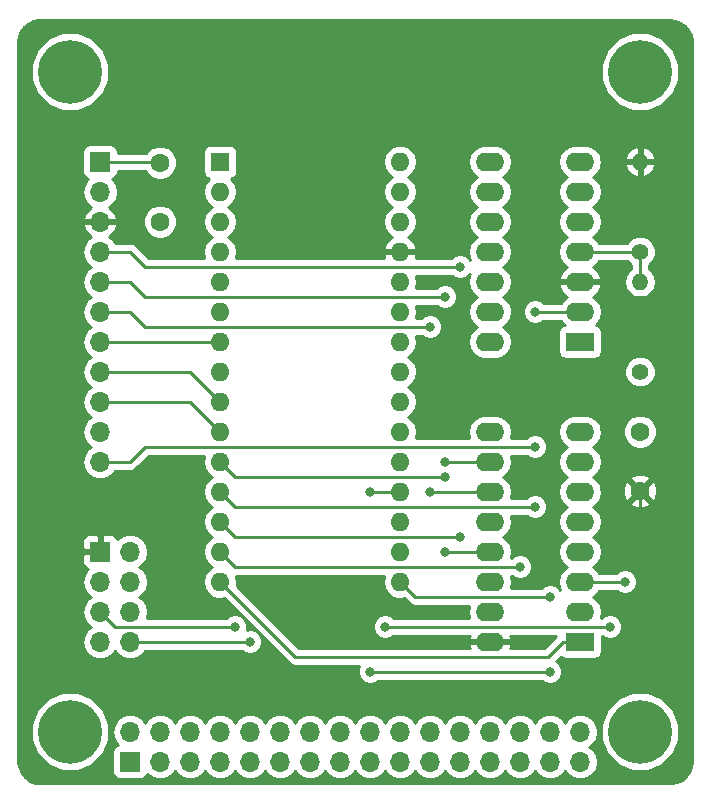
<source format=gbr>
G04 #@! TF.GenerationSoftware,KiCad,Pcbnew,5.0.2+dfsg1-1*
G04 #@! TF.CreationDate,2021-12-24T09:44:01+00:00*
G04 #@! TF.ProjectId,wy-50-keyboard-adaptor,77792d35-302d-46b6-9579-626f6172642d,rev?*
G04 #@! TF.SameCoordinates,Original*
G04 #@! TF.FileFunction,Copper,L1,Top*
G04 #@! TF.FilePolarity,Positive*
%FSLAX46Y46*%
G04 Gerber Fmt 4.6, Leading zero omitted, Abs format (unit mm)*
G04 Created by KiCad (PCBNEW 5.0.2+dfsg1-1) date Fri 24 Dec 2021 09:44:01 AM GMT*
%MOMM*%
%LPD*%
G01*
G04 APERTURE LIST*
G04 #@! TA.AperFunction,ComponentPad*
%ADD10C,0.800000*%
G04 #@! TD*
G04 #@! TA.AperFunction,ComponentPad*
%ADD11C,5.400000*%
G04 #@! TD*
G04 #@! TA.AperFunction,ComponentPad*
%ADD12R,1.600000X1.600000*%
G04 #@! TD*
G04 #@! TA.AperFunction,ComponentPad*
%ADD13O,1.600000X1.600000*%
G04 #@! TD*
G04 #@! TA.AperFunction,ComponentPad*
%ADD14C,1.600000*%
G04 #@! TD*
G04 #@! TA.AperFunction,ComponentPad*
%ADD15R,1.700000X1.700000*%
G04 #@! TD*
G04 #@! TA.AperFunction,ComponentPad*
%ADD16O,1.700000X1.700000*%
G04 #@! TD*
G04 #@! TA.AperFunction,ComponentPad*
%ADD17C,1.400000*%
G04 #@! TD*
G04 #@! TA.AperFunction,ComponentPad*
%ADD18O,1.400000X1.400000*%
G04 #@! TD*
G04 #@! TA.AperFunction,ComponentPad*
%ADD19R,2.400000X1.600000*%
G04 #@! TD*
G04 #@! TA.AperFunction,ComponentPad*
%ADD20O,2.400000X1.600000*%
G04 #@! TD*
G04 #@! TA.AperFunction,ViaPad*
%ADD21C,0.800000*%
G04 #@! TD*
G04 #@! TA.AperFunction,Conductor*
%ADD22C,0.250000*%
G04 #@! TD*
G04 #@! TA.AperFunction,Conductor*
%ADD23C,0.254000*%
G04 #@! TD*
G04 APERTURE END LIST*
D10*
G04 #@! TO.P,REF\002A\002A,1*
G04 #@! TO.N,N/C*
X137321891Y-134458109D03*
X135890000Y-133865000D03*
X134458109Y-134458109D03*
X133865000Y-135890000D03*
X134458109Y-137321891D03*
X135890000Y-137915000D03*
X137321891Y-137321891D03*
X137915000Y-135890000D03*
D11*
X135890000Y-135890000D03*
G04 #@! TD*
G04 #@! TO.P,REF\002A\002A,1*
G04 #@! TO.N,N/C*
X87630000Y-135890000D03*
D10*
X89655000Y-135890000D03*
X89061891Y-137321891D03*
X87630000Y-137915000D03*
X86198109Y-137321891D03*
X85605000Y-135890000D03*
X86198109Y-134458109D03*
X87630000Y-133865000D03*
X89061891Y-134458109D03*
G04 #@! TD*
D11*
G04 #@! TO.P,REF\002A\002A,1*
G04 #@! TO.N,N/C*
X135890000Y-80010000D03*
D10*
X137915000Y-80010000D03*
X137321891Y-81441891D03*
X135890000Y-82035000D03*
X134458109Y-81441891D03*
X133865000Y-80010000D03*
X134458109Y-78578109D03*
X135890000Y-77985000D03*
X137321891Y-78578109D03*
G04 #@! TD*
D12*
G04 #@! TO.P,A1,1*
G04 #@! TO.N,N/C*
X100330000Y-87630000D03*
D13*
G04 #@! TO.P,A1,17*
X115570000Y-120650000D03*
G04 #@! TO.P,A1,2*
X100330000Y-90170000D03*
G04 #@! TO.P,A1,18*
X115570000Y-118110000D03*
G04 #@! TO.P,A1,3*
X100330000Y-92710000D03*
G04 #@! TO.P,A1,19*
G04 #@! TO.N,ROW6*
X115570000Y-115570000D03*
G04 #@! TO.P,A1,4*
G04 #@! TO.N,KBD2*
X100330000Y-95250000D03*
G04 #@! TO.P,A1,20*
G04 #@! TO.N,ROW7*
X115570000Y-113030000D03*
G04 #@! TO.P,A1,5*
G04 #@! TO.N,PS2CLK*
X100330000Y-97790000D03*
G04 #@! TO.P,A1,21*
G04 #@! TO.N,N/C*
X115570000Y-110490000D03*
G04 #@! TO.P,A1,6*
G04 #@! TO.N,PS2DATA*
X100330000Y-100330000D03*
G04 #@! TO.P,A1,22*
G04 #@! TO.N,N/C*
X115570000Y-107950000D03*
G04 #@! TO.P,A1,7*
G04 #@! TO.N,KBD7*
X100330000Y-102870000D03*
G04 #@! TO.P,A1,23*
G04 #@! TO.N,N/C*
X115570000Y-105410000D03*
G04 #@! TO.P,A1,8*
G04 #@! TO.N,KBD10*
X100330000Y-105410000D03*
G04 #@! TO.P,A1,24*
G04 #@! TO.N,N/C*
X115570000Y-102870000D03*
G04 #@! TO.P,A1,9*
G04 #@! TO.N,KBD8*
X100330000Y-107950000D03*
G04 #@! TO.P,A1,25*
G04 #@! TO.N,N/C*
X115570000Y-100330000D03*
G04 #@! TO.P,A1,10*
G04 #@! TO.N,KBD9*
X100330000Y-110490000D03*
G04 #@! TO.P,A1,26*
G04 #@! TO.N,N/C*
X115570000Y-97790000D03*
G04 #@! TO.P,A1,11*
G04 #@! TO.N,ROW0*
X100330000Y-113030000D03*
G04 #@! TO.P,A1,27*
G04 #@! TO.N,KBD3*
X115570000Y-95250000D03*
G04 #@! TO.P,A1,12*
G04 #@! TO.N,ROW1*
X100330000Y-115570000D03*
G04 #@! TO.P,A1,28*
G04 #@! TO.N,N/C*
X115570000Y-92710000D03*
G04 #@! TO.P,A1,13*
G04 #@! TO.N,ROW2*
X100330000Y-118110000D03*
G04 #@! TO.P,A1,29*
G04 #@! TO.N,KBD2*
X115570000Y-90170000D03*
G04 #@! TO.P,A1,14*
G04 #@! TO.N,ROW3*
X100330000Y-120650000D03*
G04 #@! TO.P,A1,30*
G04 #@! TO.N,N/C*
X115570000Y-87630000D03*
G04 #@! TO.P,A1,15*
G04 #@! TO.N,ROW4*
X100330000Y-123190000D03*
G04 #@! TO.P,A1,16*
G04 #@! TO.N,ROW5*
X115570000Y-123190000D03*
G04 #@! TD*
D14*
G04 #@! TO.P,C1,2*
G04 #@! TO.N,KBD3*
X135890000Y-115490000D03*
G04 #@! TO.P,C1,1*
G04 #@! TO.N,KBD2*
X135890000Y-110490000D03*
G04 #@! TD*
G04 #@! TO.P,C2,1*
G04 #@! TO.N,KBD2*
X95250000Y-92710000D03*
G04 #@! TO.P,C2,2*
G04 #@! TO.N,KBD1*
X95250000Y-87710000D03*
G04 #@! TD*
D15*
G04 #@! TO.P,J1,1*
G04 #@! TO.N,KBD1*
X90170000Y-87630000D03*
D16*
G04 #@! TO.P,J1,2*
G04 #@! TO.N,KBD2*
X90170000Y-90170000D03*
G04 #@! TO.P,J1,3*
G04 #@! TO.N,KBD3*
X90170000Y-92710000D03*
G04 #@! TO.P,J1,4*
G04 #@! TO.N,KBD4*
X90170000Y-95250000D03*
G04 #@! TO.P,J1,5*
G04 #@! TO.N,KBD5*
X90170000Y-97790000D03*
G04 #@! TO.P,J1,6*
G04 #@! TO.N,KBD6*
X90170000Y-100330000D03*
G04 #@! TO.P,J1,7*
G04 #@! TO.N,KBD7*
X90170000Y-102870000D03*
G04 #@! TO.P,J1,8*
G04 #@! TO.N,KBD8*
X90170000Y-105410000D03*
G04 #@! TO.P,J1,9*
G04 #@! TO.N,KBD9*
X90170000Y-107950000D03*
G04 #@! TO.P,J1,10*
G04 #@! TO.N,KBD10*
X90170000Y-110490000D03*
G04 #@! TO.P,J1,11*
G04 #@! TO.N,KBD11*
X90170000Y-113030000D03*
G04 #@! TD*
D15*
G04 #@! TO.P,J2,1*
G04 #@! TO.N,KBD3*
X90170000Y-120650000D03*
D16*
G04 #@! TO.P,J2,2*
G04 #@! TO.N,N/C*
X92710000Y-120650000D03*
G04 #@! TO.P,J2,3*
X90170000Y-123190000D03*
G04 #@! TO.P,J2,4*
X92710000Y-123190000D03*
G04 #@! TO.P,J2,5*
G04 #@! TO.N,PS2DATA*
X90170000Y-125730000D03*
G04 #@! TO.P,J2,6*
G04 #@! TO.N,N/C*
X92710000Y-125730000D03*
G04 #@! TO.P,J2,7*
G04 #@! TO.N,KBD2*
X90170000Y-128270000D03*
G04 #@! TO.P,J2,8*
G04 #@! TO.N,PS2CLK*
X92710000Y-128270000D03*
G04 #@! TD*
D17*
G04 #@! TO.P,R1,1*
G04 #@! TO.N,Net-(R1-Pad1)*
X135890000Y-95250000D03*
D18*
G04 #@! TO.P,R1,2*
G04 #@! TO.N,KBD3*
X135890000Y-87630000D03*
G04 #@! TD*
G04 #@! TO.P,R2,2*
G04 #@! TO.N,Net-(R1-Pad1)*
X135890000Y-97790000D03*
D17*
G04 #@! TO.P,R2,1*
G04 #@! TO.N,KBD2*
X135890000Y-105410000D03*
G04 #@! TD*
D19*
G04 #@! TO.P,U1,1*
G04 #@! TO.N,N/C*
X130810000Y-102870000D03*
D20*
G04 #@! TO.P,U1,8*
X123190000Y-87630000D03*
G04 #@! TO.P,U1,2*
G04 #@! TO.N,KBD11*
X130810000Y-100330000D03*
G04 #@! TO.P,U1,9*
G04 #@! TO.N,N/C*
X123190000Y-90170000D03*
G04 #@! TO.P,U1,3*
G04 #@! TO.N,KBD3*
X130810000Y-97790000D03*
G04 #@! TO.P,U1,10*
G04 #@! TO.N,N/C*
X123190000Y-92710000D03*
G04 #@! TO.P,U1,4*
G04 #@! TO.N,Net-(R1-Pad1)*
X130810000Y-95250000D03*
G04 #@! TO.P,U1,11*
G04 #@! TO.N,N/C*
X123190000Y-95250000D03*
G04 #@! TO.P,U1,5*
G04 #@! TO.N,Net-(U1-Pad5)*
X130810000Y-92710000D03*
G04 #@! TO.P,U1,12*
G04 #@! TO.N,KBD2*
X123190000Y-97790000D03*
G04 #@! TO.P,U1,6*
G04 #@! TO.N,N/C*
X130810000Y-90170000D03*
G04 #@! TO.P,U1,13*
X123190000Y-100330000D03*
G04 #@! TO.P,U1,7*
X130810000Y-87630000D03*
G04 #@! TO.P,U1,14*
X123190000Y-102870000D03*
G04 #@! TD*
D19*
G04 #@! TO.P,U2,1*
G04 #@! TO.N,ROW4*
X130810000Y-128270000D03*
D20*
G04 #@! TO.P,U2,9*
G04 #@! TO.N,KBD4*
X123190000Y-110490000D03*
G04 #@! TO.P,U2,2*
G04 #@! TO.N,ROW6*
X130810000Y-125730000D03*
G04 #@! TO.P,U2,10*
G04 #@! TO.N,KBD5*
X123190000Y-113030000D03*
G04 #@! TO.P,U2,3*
G04 #@! TO.N,Net-(U1-Pad5)*
X130810000Y-123190000D03*
G04 #@! TO.P,U2,11*
G04 #@! TO.N,KBD6*
X123190000Y-115570000D03*
G04 #@! TO.P,U2,4*
G04 #@! TO.N,ROW7*
X130810000Y-120650000D03*
G04 #@! TO.P,U2,12*
G04 #@! TO.N,ROW3*
X123190000Y-118110000D03*
G04 #@! TO.P,U2,5*
G04 #@! TO.N,ROW5*
X130810000Y-118110000D03*
G04 #@! TO.P,U2,13*
G04 #@! TO.N,ROW0*
X123190000Y-120650000D03*
G04 #@! TO.P,U2,6*
G04 #@! TO.N,KBD2*
X130810000Y-115570000D03*
G04 #@! TO.P,U2,14*
G04 #@! TO.N,ROW1*
X123190000Y-123190000D03*
G04 #@! TO.P,U2,7*
G04 #@! TO.N,KBD2*
X130810000Y-113030000D03*
G04 #@! TO.P,U2,15*
G04 #@! TO.N,ROW2*
X123190000Y-125730000D03*
G04 #@! TO.P,U2,8*
G04 #@! TO.N,KBD2*
X130810000Y-110490000D03*
G04 #@! TO.P,U2,16*
G04 #@! TO.N,KBD3*
X123190000Y-128270000D03*
G04 #@! TD*
D10*
G04 #@! TO.P,REF\002A\002A,1*
G04 #@! TO.N,N/C*
X89061891Y-78578109D03*
X87630000Y-77985000D03*
X86198109Y-78578109D03*
X85605000Y-80010000D03*
X86198109Y-81441891D03*
X87630000Y-82035000D03*
X89061891Y-81441891D03*
X89655000Y-80010000D03*
D11*
X87630000Y-80010000D03*
G04 #@! TD*
D16*
G04 #@! TO.P,REF\002A\002A,32*
G04 #@! TO.N,N/C*
X130810000Y-135890000D03*
G04 #@! TO.P,REF\002A\002A,31*
X130810000Y-138430000D03*
G04 #@! TO.P,REF\002A\002A,30*
X128270000Y-135890000D03*
G04 #@! TO.P,REF\002A\002A,29*
X128270000Y-138430000D03*
G04 #@! TO.P,REF\002A\002A,28*
X125730000Y-135890000D03*
G04 #@! TO.P,REF\002A\002A,27*
X125730000Y-138430000D03*
G04 #@! TO.P,REF\002A\002A,26*
X123190000Y-135890000D03*
G04 #@! TO.P,REF\002A\002A,25*
X123190000Y-138430000D03*
G04 #@! TO.P,REF\002A\002A,24*
X120650000Y-135890000D03*
G04 #@! TO.P,REF\002A\002A,23*
X120650000Y-138430000D03*
G04 #@! TO.P,REF\002A\002A,22*
X118110000Y-135890000D03*
G04 #@! TO.P,REF\002A\002A,21*
X118110000Y-138430000D03*
G04 #@! TO.P,REF\002A\002A,20*
X115570000Y-135890000D03*
G04 #@! TO.P,REF\002A\002A,19*
X115570000Y-138430000D03*
G04 #@! TO.P,REF\002A\002A,18*
X113030000Y-135890000D03*
G04 #@! TO.P,REF\002A\002A,17*
X113030000Y-138430000D03*
G04 #@! TO.P,REF\002A\002A,16*
X110490000Y-135890000D03*
G04 #@! TO.P,REF\002A\002A,15*
X110490000Y-138430000D03*
G04 #@! TO.P,REF\002A\002A,14*
X107950000Y-135890000D03*
G04 #@! TO.P,REF\002A\002A,13*
X107950000Y-138430000D03*
G04 #@! TO.P,REF\002A\002A,12*
X105410000Y-135890000D03*
G04 #@! TO.P,REF\002A\002A,11*
X105410000Y-138430000D03*
G04 #@! TO.P,REF\002A\002A,10*
X102870000Y-135890000D03*
G04 #@! TO.P,REF\002A\002A,9*
X102870000Y-138430000D03*
G04 #@! TO.P,REF\002A\002A,8*
X100330000Y-135890000D03*
G04 #@! TO.P,REF\002A\002A,7*
X100330000Y-138430000D03*
G04 #@! TO.P,REF\002A\002A,6*
X97790000Y-135890000D03*
G04 #@! TO.P,REF\002A\002A,5*
X97790000Y-138430000D03*
G04 #@! TO.P,REF\002A\002A,4*
X95250000Y-135890000D03*
G04 #@! TO.P,REF\002A\002A,3*
X95250000Y-138430000D03*
G04 #@! TO.P,REF\002A\002A,2*
X92710000Y-135890000D03*
D15*
G04 #@! TO.P,REF\002A\002A,1*
X92710000Y-138430000D03*
G04 #@! TD*
D21*
G04 #@! TO.N,ROW6*
X128270000Y-130810000D03*
X113030000Y-130810000D03*
X113030000Y-115570000D03*
G04 #@! TO.N,ROW7*
X114300000Y-127000000D03*
X133350000Y-127000000D03*
G04 #@! TO.N,PS2CLK*
X102870000Y-128270000D03*
G04 #@! TO.N,PS2DATA*
X101600000Y-127000000D03*
G04 #@! TO.N,ROW0*
X119380000Y-114300000D03*
X119380000Y-120650000D03*
G04 #@! TO.N,KBD3*
X135890000Y-129540000D03*
G04 #@! TO.N,ROW1*
X127000000Y-116840000D03*
G04 #@! TO.N,ROW2*
X120650000Y-119380000D03*
G04 #@! TO.N,ROW3*
X125730000Y-121920000D03*
G04 #@! TO.N,ROW5*
X128270000Y-124460000D03*
G04 #@! TO.N,KBD4*
X120650000Y-96520000D03*
G04 #@! TO.N,KBD5*
X119380000Y-99060000D03*
X119380000Y-113030000D03*
G04 #@! TO.N,KBD6*
X118110000Y-101600000D03*
X118110000Y-115570000D03*
G04 #@! TO.N,KBD11*
X127000000Y-111760000D03*
X127000000Y-100330000D03*
G04 #@! TO.N,Net-(U1-Pad5)*
X134620000Y-123190000D03*
G04 #@! TD*
D22*
G04 #@! TO.N,ROW6*
X128270000Y-130810000D02*
X113030000Y-130810000D01*
X113030000Y-115570000D02*
X115570000Y-115570000D01*
G04 #@! TO.N,ROW7*
X114300000Y-127000000D02*
X133350000Y-127000000D01*
G04 #@! TO.N,PS2CLK*
X92710000Y-128270000D02*
X102870000Y-128270000D01*
G04 #@! TO.N,PS2DATA*
X90170000Y-125730000D02*
X91440000Y-127000000D01*
X91440000Y-127000000D02*
X101600000Y-127000000D01*
G04 #@! TO.N,KBD7*
X92710000Y-102870000D02*
X100330000Y-102870000D01*
X90170000Y-102870000D02*
X92710000Y-102870000D01*
G04 #@! TO.N,KBD8*
X92710000Y-105410000D02*
X97790000Y-105410000D01*
X97790000Y-105410000D02*
X100330000Y-107950000D01*
X92710000Y-105410000D02*
X90170000Y-105410000D01*
G04 #@! TO.N,KBD9*
X97790000Y-107950000D02*
X100330000Y-110490000D01*
X90170000Y-107950000D02*
X97790000Y-107950000D01*
G04 #@! TO.N,ROW0*
X100330000Y-113030000D02*
X101600000Y-114300000D01*
X101600000Y-114300000D02*
X119380000Y-114300000D01*
X119380000Y-120650000D02*
X123190000Y-120650000D01*
G04 #@! TO.N,KBD3*
X135890000Y-129540000D02*
X135890000Y-115490000D01*
G04 #@! TO.N,ROW1*
X100330000Y-115570000D02*
X101600000Y-116840000D01*
X101600000Y-116840000D02*
X127000000Y-116840000D01*
G04 #@! TO.N,ROW2*
X100330000Y-118110000D02*
X101600000Y-119380000D01*
X101600000Y-119380000D02*
X120650000Y-119380000D01*
G04 #@! TO.N,ROW3*
X100330000Y-120650000D02*
X101600000Y-121920000D01*
X101600000Y-121920000D02*
X125730000Y-121920000D01*
G04 #@! TO.N,ROW4*
X100330000Y-123190000D02*
X106680000Y-129540000D01*
X129360000Y-128270000D02*
X130810000Y-128270000D01*
X128090000Y-129540000D02*
X129360000Y-128270000D01*
X106680000Y-129540000D02*
X128090000Y-129540000D01*
G04 #@! TO.N,ROW5*
X115570000Y-123190000D02*
X116840000Y-124460000D01*
X116840000Y-124460000D02*
X128270000Y-124460000D01*
G04 #@! TO.N,KBD1*
X95170000Y-87630000D02*
X95250000Y-87710000D01*
X90170000Y-87630000D02*
X95170000Y-87630000D01*
G04 #@! TO.N,KBD4*
X92710000Y-95250000D02*
X93980000Y-96520000D01*
X93980000Y-96520000D02*
X120650000Y-96520000D01*
X92710000Y-95250000D02*
X90170000Y-95250000D01*
G04 #@! TO.N,KBD5*
X92710000Y-97790000D02*
X93980000Y-99060000D01*
X93980000Y-99060000D02*
X119380000Y-99060000D01*
X119380000Y-113030000D02*
X123190000Y-113030000D01*
X90170000Y-97790000D02*
X92710000Y-97790000D01*
G04 #@! TO.N,KBD6*
X92710000Y-100330000D02*
X93980000Y-101600000D01*
X93980000Y-101600000D02*
X118110000Y-101600000D01*
X118110000Y-115570000D02*
X123190000Y-115570000D01*
X92710000Y-100330000D02*
X90170000Y-100330000D01*
G04 #@! TO.N,KBD11*
X92710000Y-113030000D02*
X93980000Y-111760000D01*
X93980000Y-111760000D02*
X127000000Y-111760000D01*
X127000000Y-100330000D02*
X130810000Y-100330000D01*
X92710000Y-113030000D02*
X90170000Y-113030000D01*
G04 #@! TO.N,Net-(R1-Pad1)*
X130810000Y-95250000D02*
X135890000Y-95250000D01*
X135890000Y-95250000D02*
X135890000Y-97790000D01*
G04 #@! TO.N,Net-(U1-Pad5)*
X130810000Y-123190000D02*
X134620000Y-123190000D01*
G04 #@! TD*
D23*
G04 #@! TO.N,KBD3*
G36*
X138883698Y-75702958D02*
X139308893Y-75871305D01*
X139678858Y-76140101D01*
X139970356Y-76492462D01*
X140165067Y-76906244D01*
X140257093Y-77388662D01*
X140260000Y-77481164D01*
X140260001Y-138385326D01*
X140197042Y-138883699D01*
X140028697Y-139308889D01*
X139759899Y-139678859D01*
X139407541Y-139970355D01*
X138993756Y-140165067D01*
X138511339Y-140257093D01*
X138418836Y-140260000D01*
X85134667Y-140260000D01*
X84636301Y-140197042D01*
X84211111Y-140028697D01*
X83841141Y-139759899D01*
X83549645Y-139407541D01*
X83354933Y-138993756D01*
X83262907Y-138511339D01*
X83260000Y-138418836D01*
X83260000Y-135226627D01*
X84295000Y-135226627D01*
X84295000Y-136553373D01*
X84802723Y-137779126D01*
X85740874Y-138717277D01*
X86966627Y-139225000D01*
X88293373Y-139225000D01*
X89519126Y-138717277D01*
X90457277Y-137779126D01*
X90965000Y-136553373D01*
X90965000Y-135890000D01*
X91195908Y-135890000D01*
X91311161Y-136469418D01*
X91639375Y-136960625D01*
X91657619Y-136972816D01*
X91612235Y-136981843D01*
X91402191Y-137122191D01*
X91261843Y-137332235D01*
X91212560Y-137580000D01*
X91212560Y-139280000D01*
X91261843Y-139527765D01*
X91402191Y-139737809D01*
X91612235Y-139878157D01*
X91860000Y-139927440D01*
X93560000Y-139927440D01*
X93807765Y-139878157D01*
X94017809Y-139737809D01*
X94158157Y-139527765D01*
X94167184Y-139482381D01*
X94179375Y-139500625D01*
X94670582Y-139828839D01*
X95103744Y-139915000D01*
X95396256Y-139915000D01*
X95829418Y-139828839D01*
X96320625Y-139500625D01*
X96520000Y-139202239D01*
X96719375Y-139500625D01*
X97210582Y-139828839D01*
X97643744Y-139915000D01*
X97936256Y-139915000D01*
X98369418Y-139828839D01*
X98860625Y-139500625D01*
X99060000Y-139202239D01*
X99259375Y-139500625D01*
X99750582Y-139828839D01*
X100183744Y-139915000D01*
X100476256Y-139915000D01*
X100909418Y-139828839D01*
X101400625Y-139500625D01*
X101600000Y-139202239D01*
X101799375Y-139500625D01*
X102290582Y-139828839D01*
X102723744Y-139915000D01*
X103016256Y-139915000D01*
X103449418Y-139828839D01*
X103940625Y-139500625D01*
X104140000Y-139202239D01*
X104339375Y-139500625D01*
X104830582Y-139828839D01*
X105263744Y-139915000D01*
X105556256Y-139915000D01*
X105989418Y-139828839D01*
X106480625Y-139500625D01*
X106680000Y-139202239D01*
X106879375Y-139500625D01*
X107370582Y-139828839D01*
X107803744Y-139915000D01*
X108096256Y-139915000D01*
X108529418Y-139828839D01*
X109020625Y-139500625D01*
X109220000Y-139202239D01*
X109419375Y-139500625D01*
X109910582Y-139828839D01*
X110343744Y-139915000D01*
X110636256Y-139915000D01*
X111069418Y-139828839D01*
X111560625Y-139500625D01*
X111760000Y-139202239D01*
X111959375Y-139500625D01*
X112450582Y-139828839D01*
X112883744Y-139915000D01*
X113176256Y-139915000D01*
X113609418Y-139828839D01*
X114100625Y-139500625D01*
X114300000Y-139202239D01*
X114499375Y-139500625D01*
X114990582Y-139828839D01*
X115423744Y-139915000D01*
X115716256Y-139915000D01*
X116149418Y-139828839D01*
X116640625Y-139500625D01*
X116840000Y-139202239D01*
X117039375Y-139500625D01*
X117530582Y-139828839D01*
X117963744Y-139915000D01*
X118256256Y-139915000D01*
X118689418Y-139828839D01*
X119180625Y-139500625D01*
X119380000Y-139202239D01*
X119579375Y-139500625D01*
X120070582Y-139828839D01*
X120503744Y-139915000D01*
X120796256Y-139915000D01*
X121229418Y-139828839D01*
X121720625Y-139500625D01*
X121920000Y-139202239D01*
X122119375Y-139500625D01*
X122610582Y-139828839D01*
X123043744Y-139915000D01*
X123336256Y-139915000D01*
X123769418Y-139828839D01*
X124260625Y-139500625D01*
X124460000Y-139202239D01*
X124659375Y-139500625D01*
X125150582Y-139828839D01*
X125583744Y-139915000D01*
X125876256Y-139915000D01*
X126309418Y-139828839D01*
X126800625Y-139500625D01*
X127000000Y-139202239D01*
X127199375Y-139500625D01*
X127690582Y-139828839D01*
X128123744Y-139915000D01*
X128416256Y-139915000D01*
X128849418Y-139828839D01*
X129340625Y-139500625D01*
X129540000Y-139202239D01*
X129739375Y-139500625D01*
X130230582Y-139828839D01*
X130663744Y-139915000D01*
X130956256Y-139915000D01*
X131389418Y-139828839D01*
X131880625Y-139500625D01*
X132208839Y-139009418D01*
X132324092Y-138430000D01*
X132208839Y-137850582D01*
X131880625Y-137359375D01*
X131582239Y-137160000D01*
X131880625Y-136960625D01*
X132208839Y-136469418D01*
X132324092Y-135890000D01*
X132208839Y-135310582D01*
X132152743Y-135226627D01*
X132555000Y-135226627D01*
X132555000Y-136553373D01*
X133062723Y-137779126D01*
X134000874Y-138717277D01*
X135226627Y-139225000D01*
X136553373Y-139225000D01*
X137779126Y-138717277D01*
X138717277Y-137779126D01*
X139225000Y-136553373D01*
X139225000Y-135226627D01*
X138717277Y-134000874D01*
X137779126Y-133062723D01*
X136553373Y-132555000D01*
X135226627Y-132555000D01*
X134000874Y-133062723D01*
X133062723Y-134000874D01*
X132555000Y-135226627D01*
X132152743Y-135226627D01*
X131880625Y-134819375D01*
X131389418Y-134491161D01*
X130956256Y-134405000D01*
X130663744Y-134405000D01*
X130230582Y-134491161D01*
X129739375Y-134819375D01*
X129540000Y-135117761D01*
X129340625Y-134819375D01*
X128849418Y-134491161D01*
X128416256Y-134405000D01*
X128123744Y-134405000D01*
X127690582Y-134491161D01*
X127199375Y-134819375D01*
X127000000Y-135117761D01*
X126800625Y-134819375D01*
X126309418Y-134491161D01*
X125876256Y-134405000D01*
X125583744Y-134405000D01*
X125150582Y-134491161D01*
X124659375Y-134819375D01*
X124460000Y-135117761D01*
X124260625Y-134819375D01*
X123769418Y-134491161D01*
X123336256Y-134405000D01*
X123043744Y-134405000D01*
X122610582Y-134491161D01*
X122119375Y-134819375D01*
X121920000Y-135117761D01*
X121720625Y-134819375D01*
X121229418Y-134491161D01*
X120796256Y-134405000D01*
X120503744Y-134405000D01*
X120070582Y-134491161D01*
X119579375Y-134819375D01*
X119380000Y-135117761D01*
X119180625Y-134819375D01*
X118689418Y-134491161D01*
X118256256Y-134405000D01*
X117963744Y-134405000D01*
X117530582Y-134491161D01*
X117039375Y-134819375D01*
X116840000Y-135117761D01*
X116640625Y-134819375D01*
X116149418Y-134491161D01*
X115716256Y-134405000D01*
X115423744Y-134405000D01*
X114990582Y-134491161D01*
X114499375Y-134819375D01*
X114300000Y-135117761D01*
X114100625Y-134819375D01*
X113609418Y-134491161D01*
X113176256Y-134405000D01*
X112883744Y-134405000D01*
X112450582Y-134491161D01*
X111959375Y-134819375D01*
X111760000Y-135117761D01*
X111560625Y-134819375D01*
X111069418Y-134491161D01*
X110636256Y-134405000D01*
X110343744Y-134405000D01*
X109910582Y-134491161D01*
X109419375Y-134819375D01*
X109220000Y-135117761D01*
X109020625Y-134819375D01*
X108529418Y-134491161D01*
X108096256Y-134405000D01*
X107803744Y-134405000D01*
X107370582Y-134491161D01*
X106879375Y-134819375D01*
X106680000Y-135117761D01*
X106480625Y-134819375D01*
X105989418Y-134491161D01*
X105556256Y-134405000D01*
X105263744Y-134405000D01*
X104830582Y-134491161D01*
X104339375Y-134819375D01*
X104140000Y-135117761D01*
X103940625Y-134819375D01*
X103449418Y-134491161D01*
X103016256Y-134405000D01*
X102723744Y-134405000D01*
X102290582Y-134491161D01*
X101799375Y-134819375D01*
X101600000Y-135117761D01*
X101400625Y-134819375D01*
X100909418Y-134491161D01*
X100476256Y-134405000D01*
X100183744Y-134405000D01*
X99750582Y-134491161D01*
X99259375Y-134819375D01*
X99060000Y-135117761D01*
X98860625Y-134819375D01*
X98369418Y-134491161D01*
X97936256Y-134405000D01*
X97643744Y-134405000D01*
X97210582Y-134491161D01*
X96719375Y-134819375D01*
X96520000Y-135117761D01*
X96320625Y-134819375D01*
X95829418Y-134491161D01*
X95396256Y-134405000D01*
X95103744Y-134405000D01*
X94670582Y-134491161D01*
X94179375Y-134819375D01*
X93980000Y-135117761D01*
X93780625Y-134819375D01*
X93289418Y-134491161D01*
X92856256Y-134405000D01*
X92563744Y-134405000D01*
X92130582Y-134491161D01*
X91639375Y-134819375D01*
X91311161Y-135310582D01*
X91195908Y-135890000D01*
X90965000Y-135890000D01*
X90965000Y-135226627D01*
X90457277Y-134000874D01*
X89519126Y-133062723D01*
X88293373Y-132555000D01*
X86966627Y-132555000D01*
X85740874Y-133062723D01*
X84802723Y-134000874D01*
X84295000Y-135226627D01*
X83260000Y-135226627D01*
X83260000Y-123190000D01*
X88655908Y-123190000D01*
X88771161Y-123769418D01*
X89099375Y-124260625D01*
X89397761Y-124460000D01*
X89099375Y-124659375D01*
X88771161Y-125150582D01*
X88655908Y-125730000D01*
X88771161Y-126309418D01*
X89099375Y-126800625D01*
X89397761Y-127000000D01*
X89099375Y-127199375D01*
X88771161Y-127690582D01*
X88655908Y-128270000D01*
X88771161Y-128849418D01*
X89099375Y-129340625D01*
X89590582Y-129668839D01*
X90023744Y-129755000D01*
X90316256Y-129755000D01*
X90749418Y-129668839D01*
X91240625Y-129340625D01*
X91440000Y-129042239D01*
X91639375Y-129340625D01*
X92130582Y-129668839D01*
X92563744Y-129755000D01*
X92856256Y-129755000D01*
X93289418Y-129668839D01*
X93780625Y-129340625D01*
X93988178Y-129030000D01*
X102166289Y-129030000D01*
X102283720Y-129147431D01*
X102664126Y-129305000D01*
X103075874Y-129305000D01*
X103456280Y-129147431D01*
X103747431Y-128856280D01*
X103905000Y-128475874D01*
X103905000Y-128064126D01*
X103747431Y-127683720D01*
X103456280Y-127392569D01*
X103075874Y-127235000D01*
X102664126Y-127235000D01*
X102614405Y-127255595D01*
X102635000Y-127205874D01*
X102635000Y-126794126D01*
X102477431Y-126413720D01*
X102186280Y-126122569D01*
X101805874Y-125965000D01*
X101394126Y-125965000D01*
X101013720Y-126122569D01*
X100896289Y-126240000D01*
X94122647Y-126240000D01*
X94224092Y-125730000D01*
X94108839Y-125150582D01*
X93780625Y-124659375D01*
X93482239Y-124460000D01*
X93780625Y-124260625D01*
X94108839Y-123769418D01*
X94224092Y-123190000D01*
X94108839Y-122610582D01*
X93780625Y-122119375D01*
X93482239Y-121920000D01*
X93780625Y-121720625D01*
X94108839Y-121229418D01*
X94224092Y-120650000D01*
X94108839Y-120070582D01*
X93780625Y-119579375D01*
X93289418Y-119251161D01*
X92856256Y-119165000D01*
X92563744Y-119165000D01*
X92130582Y-119251161D01*
X91639375Y-119579375D01*
X91624904Y-119601032D01*
X91558327Y-119440301D01*
X91379698Y-119261673D01*
X91146309Y-119165000D01*
X90455750Y-119165000D01*
X90297000Y-119323750D01*
X90297000Y-120523000D01*
X90317000Y-120523000D01*
X90317000Y-120777000D01*
X90297000Y-120777000D01*
X90297000Y-120797000D01*
X90043000Y-120797000D01*
X90043000Y-120777000D01*
X88843750Y-120777000D01*
X88685000Y-120935750D01*
X88685000Y-121626310D01*
X88781673Y-121859699D01*
X88960302Y-122038327D01*
X89121033Y-122104904D01*
X89099375Y-122119375D01*
X88771161Y-122610582D01*
X88655908Y-123190000D01*
X83260000Y-123190000D01*
X83260000Y-119673690D01*
X88685000Y-119673690D01*
X88685000Y-120364250D01*
X88843750Y-120523000D01*
X90043000Y-120523000D01*
X90043000Y-119323750D01*
X89884250Y-119165000D01*
X89193691Y-119165000D01*
X88960302Y-119261673D01*
X88781673Y-119440301D01*
X88685000Y-119673690D01*
X83260000Y-119673690D01*
X83260000Y-95250000D01*
X88655908Y-95250000D01*
X88771161Y-95829418D01*
X89099375Y-96320625D01*
X89397761Y-96520000D01*
X89099375Y-96719375D01*
X88771161Y-97210582D01*
X88655908Y-97790000D01*
X88771161Y-98369418D01*
X89099375Y-98860625D01*
X89397761Y-99060000D01*
X89099375Y-99259375D01*
X88771161Y-99750582D01*
X88655908Y-100330000D01*
X88771161Y-100909418D01*
X89099375Y-101400625D01*
X89397761Y-101600000D01*
X89099375Y-101799375D01*
X88771161Y-102290582D01*
X88655908Y-102870000D01*
X88771161Y-103449418D01*
X89099375Y-103940625D01*
X89397761Y-104140000D01*
X89099375Y-104339375D01*
X88771161Y-104830582D01*
X88655908Y-105410000D01*
X88771161Y-105989418D01*
X89099375Y-106480625D01*
X89397761Y-106680000D01*
X89099375Y-106879375D01*
X88771161Y-107370582D01*
X88655908Y-107950000D01*
X88771161Y-108529418D01*
X89099375Y-109020625D01*
X89397761Y-109220000D01*
X89099375Y-109419375D01*
X88771161Y-109910582D01*
X88655908Y-110490000D01*
X88771161Y-111069418D01*
X89099375Y-111560625D01*
X89397761Y-111760000D01*
X89099375Y-111959375D01*
X88771161Y-112450582D01*
X88655908Y-113030000D01*
X88771161Y-113609418D01*
X89099375Y-114100625D01*
X89590582Y-114428839D01*
X90023744Y-114515000D01*
X90316256Y-114515000D01*
X90749418Y-114428839D01*
X91240625Y-114100625D01*
X91448178Y-113790000D01*
X92635153Y-113790000D01*
X92710000Y-113804888D01*
X92784847Y-113790000D01*
X92784852Y-113790000D01*
X93006537Y-113745904D01*
X93257929Y-113577929D01*
X93300331Y-113514470D01*
X94294802Y-112520000D01*
X98968332Y-112520000D01*
X98866887Y-113030000D01*
X98978260Y-113589909D01*
X99295423Y-114064577D01*
X99647758Y-114300000D01*
X99295423Y-114535423D01*
X98978260Y-115010091D01*
X98866887Y-115570000D01*
X98978260Y-116129909D01*
X99295423Y-116604577D01*
X99647758Y-116840000D01*
X99295423Y-117075423D01*
X98978260Y-117550091D01*
X98866887Y-118110000D01*
X98978260Y-118669909D01*
X99295423Y-119144577D01*
X99647758Y-119380000D01*
X99295423Y-119615423D01*
X98978260Y-120090091D01*
X98866887Y-120650000D01*
X98978260Y-121209909D01*
X99295423Y-121684577D01*
X99647758Y-121920000D01*
X99295423Y-122155423D01*
X98978260Y-122630091D01*
X98866887Y-123190000D01*
X98978260Y-123749909D01*
X99295423Y-124224577D01*
X99770091Y-124541740D01*
X100188667Y-124625000D01*
X100471333Y-124625000D01*
X100653887Y-124588688D01*
X106089671Y-130024473D01*
X106132071Y-130087929D01*
X106383463Y-130255904D01*
X106605148Y-130300000D01*
X106605152Y-130300000D01*
X106679999Y-130314888D01*
X106754846Y-130300000D01*
X112120973Y-130300000D01*
X111995000Y-130604126D01*
X111995000Y-131015874D01*
X112152569Y-131396280D01*
X112443720Y-131687431D01*
X112824126Y-131845000D01*
X113235874Y-131845000D01*
X113616280Y-131687431D01*
X113733711Y-131570000D01*
X127566289Y-131570000D01*
X127683720Y-131687431D01*
X128064126Y-131845000D01*
X128475874Y-131845000D01*
X128856280Y-131687431D01*
X129147431Y-131396280D01*
X129305000Y-131015874D01*
X129305000Y-130604126D01*
X129147431Y-130223720D01*
X128856280Y-129932569D01*
X128796849Y-129907952D01*
X129167058Y-129537743D01*
X129362235Y-129668157D01*
X129610000Y-129717440D01*
X132010000Y-129717440D01*
X132257765Y-129668157D01*
X132467809Y-129527809D01*
X132608157Y-129317765D01*
X132657440Y-129070000D01*
X132657440Y-127771151D01*
X132763720Y-127877431D01*
X133144126Y-128035000D01*
X133555874Y-128035000D01*
X133936280Y-127877431D01*
X134227431Y-127586280D01*
X134385000Y-127205874D01*
X134385000Y-126794126D01*
X134227431Y-126413720D01*
X133936280Y-126122569D01*
X133555874Y-125965000D01*
X133144126Y-125965000D01*
X132763720Y-126122569D01*
X132646289Y-126240000D01*
X132571668Y-126240000D01*
X132673113Y-125730000D01*
X132561740Y-125170091D01*
X132244577Y-124695423D01*
X131892242Y-124460000D01*
X132244577Y-124224577D01*
X132428043Y-123950000D01*
X133916289Y-123950000D01*
X134033720Y-124067431D01*
X134414126Y-124225000D01*
X134825874Y-124225000D01*
X135206280Y-124067431D01*
X135497431Y-123776280D01*
X135655000Y-123395874D01*
X135655000Y-122984126D01*
X135497431Y-122603720D01*
X135206280Y-122312569D01*
X134825874Y-122155000D01*
X134414126Y-122155000D01*
X134033720Y-122312569D01*
X133916289Y-122430000D01*
X132428043Y-122430000D01*
X132244577Y-122155423D01*
X131892242Y-121920000D01*
X132244577Y-121684577D01*
X132561740Y-121209909D01*
X132673113Y-120650000D01*
X132561740Y-120090091D01*
X132244577Y-119615423D01*
X131892242Y-119380000D01*
X132244577Y-119144577D01*
X132561740Y-118669909D01*
X132673113Y-118110000D01*
X132561740Y-117550091D01*
X132244577Y-117075423D01*
X131892242Y-116840000D01*
X132244577Y-116604577D01*
X132315959Y-116497745D01*
X135061861Y-116497745D01*
X135135995Y-116743864D01*
X135673223Y-116936965D01*
X136243454Y-116909778D01*
X136644005Y-116743864D01*
X136718139Y-116497745D01*
X135890000Y-115669605D01*
X135061861Y-116497745D01*
X132315959Y-116497745D01*
X132561740Y-116129909D01*
X132673113Y-115570000D01*
X132614081Y-115273223D01*
X134443035Y-115273223D01*
X134470222Y-115843454D01*
X134636136Y-116244005D01*
X134882255Y-116318139D01*
X135710395Y-115490000D01*
X136069605Y-115490000D01*
X136897745Y-116318139D01*
X137143864Y-116244005D01*
X137336965Y-115706777D01*
X137309778Y-115136546D01*
X137143864Y-114735995D01*
X136897745Y-114661861D01*
X136069605Y-115490000D01*
X135710395Y-115490000D01*
X134882255Y-114661861D01*
X134636136Y-114735995D01*
X134443035Y-115273223D01*
X132614081Y-115273223D01*
X132561740Y-115010091D01*
X132244577Y-114535423D01*
X132165006Y-114482255D01*
X135061861Y-114482255D01*
X135890000Y-115310395D01*
X136718139Y-114482255D01*
X136644005Y-114236136D01*
X136106777Y-114043035D01*
X135536546Y-114070222D01*
X135135995Y-114236136D01*
X135061861Y-114482255D01*
X132165006Y-114482255D01*
X131892242Y-114300000D01*
X132244577Y-114064577D01*
X132561740Y-113589909D01*
X132673113Y-113030000D01*
X132561740Y-112470091D01*
X132244577Y-111995423D01*
X131892242Y-111760000D01*
X132244577Y-111524577D01*
X132561740Y-111049909D01*
X132673113Y-110490000D01*
X132616336Y-110204561D01*
X134455000Y-110204561D01*
X134455000Y-110775439D01*
X134673466Y-111302862D01*
X135077138Y-111706534D01*
X135604561Y-111925000D01*
X136175439Y-111925000D01*
X136702862Y-111706534D01*
X137106534Y-111302862D01*
X137325000Y-110775439D01*
X137325000Y-110204561D01*
X137106534Y-109677138D01*
X136702862Y-109273466D01*
X136175439Y-109055000D01*
X135604561Y-109055000D01*
X135077138Y-109273466D01*
X134673466Y-109677138D01*
X134455000Y-110204561D01*
X132616336Y-110204561D01*
X132561740Y-109930091D01*
X132244577Y-109455423D01*
X131769909Y-109138260D01*
X131351333Y-109055000D01*
X130268667Y-109055000D01*
X129850091Y-109138260D01*
X129375423Y-109455423D01*
X129058260Y-109930091D01*
X128946887Y-110490000D01*
X129058260Y-111049909D01*
X129375423Y-111524577D01*
X129727758Y-111760000D01*
X129375423Y-111995423D01*
X129058260Y-112470091D01*
X128946887Y-113030000D01*
X129058260Y-113589909D01*
X129375423Y-114064577D01*
X129727758Y-114300000D01*
X129375423Y-114535423D01*
X129058260Y-115010091D01*
X128946887Y-115570000D01*
X129058260Y-116129909D01*
X129375423Y-116604577D01*
X129727758Y-116840000D01*
X129375423Y-117075423D01*
X129058260Y-117550091D01*
X128946887Y-118110000D01*
X129058260Y-118669909D01*
X129375423Y-119144577D01*
X129727758Y-119380000D01*
X129375423Y-119615423D01*
X129058260Y-120090091D01*
X128946887Y-120650000D01*
X129058260Y-121209909D01*
X129375423Y-121684577D01*
X129727758Y-121920000D01*
X129375423Y-122155423D01*
X129058260Y-122630091D01*
X128946887Y-123190000D01*
X129058260Y-123749909D01*
X129128014Y-123854303D01*
X128856280Y-123582569D01*
X128475874Y-123425000D01*
X128064126Y-123425000D01*
X127683720Y-123582569D01*
X127566289Y-123700000D01*
X124951668Y-123700000D01*
X125053113Y-123190000D01*
X124951668Y-122680000D01*
X125026289Y-122680000D01*
X125143720Y-122797431D01*
X125524126Y-122955000D01*
X125935874Y-122955000D01*
X126316280Y-122797431D01*
X126607431Y-122506280D01*
X126765000Y-122125874D01*
X126765000Y-121714126D01*
X126607431Y-121333720D01*
X126316280Y-121042569D01*
X125935874Y-120885000D01*
X125524126Y-120885000D01*
X125143720Y-121042569D01*
X125026289Y-121160000D01*
X124951668Y-121160000D01*
X125053113Y-120650000D01*
X124941740Y-120090091D01*
X124624577Y-119615423D01*
X124272242Y-119380000D01*
X124624577Y-119144577D01*
X124941740Y-118669909D01*
X125053113Y-118110000D01*
X124951668Y-117600000D01*
X126296289Y-117600000D01*
X126413720Y-117717431D01*
X126794126Y-117875000D01*
X127205874Y-117875000D01*
X127586280Y-117717431D01*
X127877431Y-117426280D01*
X128035000Y-117045874D01*
X128035000Y-116634126D01*
X127877431Y-116253720D01*
X127586280Y-115962569D01*
X127205874Y-115805000D01*
X126794126Y-115805000D01*
X126413720Y-115962569D01*
X126296289Y-116080000D01*
X124951668Y-116080000D01*
X125053113Y-115570000D01*
X124941740Y-115010091D01*
X124624577Y-114535423D01*
X124272242Y-114300000D01*
X124624577Y-114064577D01*
X124941740Y-113589909D01*
X125053113Y-113030000D01*
X124951668Y-112520000D01*
X126296289Y-112520000D01*
X126413720Y-112637431D01*
X126794126Y-112795000D01*
X127205874Y-112795000D01*
X127586280Y-112637431D01*
X127877431Y-112346280D01*
X128035000Y-111965874D01*
X128035000Y-111554126D01*
X127877431Y-111173720D01*
X127586280Y-110882569D01*
X127205874Y-110725000D01*
X126794126Y-110725000D01*
X126413720Y-110882569D01*
X126296289Y-111000000D01*
X124951668Y-111000000D01*
X125053113Y-110490000D01*
X124941740Y-109930091D01*
X124624577Y-109455423D01*
X124149909Y-109138260D01*
X123731333Y-109055000D01*
X122648667Y-109055000D01*
X122230091Y-109138260D01*
X121755423Y-109455423D01*
X121438260Y-109930091D01*
X121326887Y-110490000D01*
X121428332Y-111000000D01*
X116931668Y-111000000D01*
X117033113Y-110490000D01*
X116921740Y-109930091D01*
X116604577Y-109455423D01*
X116252242Y-109220000D01*
X116604577Y-108984577D01*
X116921740Y-108509909D01*
X117033113Y-107950000D01*
X116921740Y-107390091D01*
X116604577Y-106915423D01*
X116252242Y-106680000D01*
X116604577Y-106444577D01*
X116921740Y-105969909D01*
X117033113Y-105410000D01*
X116980293Y-105144452D01*
X134555000Y-105144452D01*
X134555000Y-105675548D01*
X134758242Y-106166217D01*
X135133783Y-106541758D01*
X135624452Y-106745000D01*
X136155548Y-106745000D01*
X136646217Y-106541758D01*
X137021758Y-106166217D01*
X137225000Y-105675548D01*
X137225000Y-105144452D01*
X137021758Y-104653783D01*
X136646217Y-104278242D01*
X136155548Y-104075000D01*
X135624452Y-104075000D01*
X135133783Y-104278242D01*
X134758242Y-104653783D01*
X134555000Y-105144452D01*
X116980293Y-105144452D01*
X116921740Y-104850091D01*
X116604577Y-104375423D01*
X116252242Y-104140000D01*
X116604577Y-103904577D01*
X116921740Y-103429909D01*
X117033113Y-102870000D01*
X116931668Y-102360000D01*
X117406289Y-102360000D01*
X117523720Y-102477431D01*
X117904126Y-102635000D01*
X118315874Y-102635000D01*
X118696280Y-102477431D01*
X118987431Y-102186280D01*
X119145000Y-101805874D01*
X119145000Y-101394126D01*
X118987431Y-101013720D01*
X118696280Y-100722569D01*
X118315874Y-100565000D01*
X117904126Y-100565000D01*
X117523720Y-100722569D01*
X117406289Y-100840000D01*
X116931668Y-100840000D01*
X117033113Y-100330000D01*
X116931668Y-99820000D01*
X118676289Y-99820000D01*
X118793720Y-99937431D01*
X119174126Y-100095000D01*
X119585874Y-100095000D01*
X119966280Y-99937431D01*
X120257431Y-99646280D01*
X120415000Y-99265874D01*
X120415000Y-98854126D01*
X120257431Y-98473720D01*
X119966280Y-98182569D01*
X119585874Y-98025000D01*
X119174126Y-98025000D01*
X118793720Y-98182569D01*
X118676289Y-98300000D01*
X116931668Y-98300000D01*
X117033113Y-97790000D01*
X116931668Y-97280000D01*
X119946289Y-97280000D01*
X120063720Y-97397431D01*
X120444126Y-97555000D01*
X120855874Y-97555000D01*
X121236280Y-97397431D01*
X121508014Y-97125697D01*
X121438260Y-97230091D01*
X121326887Y-97790000D01*
X121438260Y-98349909D01*
X121755423Y-98824577D01*
X122107758Y-99060000D01*
X121755423Y-99295423D01*
X121438260Y-99770091D01*
X121326887Y-100330000D01*
X121438260Y-100889909D01*
X121755423Y-101364577D01*
X122107758Y-101600000D01*
X121755423Y-101835423D01*
X121438260Y-102310091D01*
X121326887Y-102870000D01*
X121438260Y-103429909D01*
X121755423Y-103904577D01*
X122230091Y-104221740D01*
X122648667Y-104305000D01*
X123731333Y-104305000D01*
X124149909Y-104221740D01*
X124624577Y-103904577D01*
X124941740Y-103429909D01*
X125053113Y-102870000D01*
X124941740Y-102310091D01*
X124624577Y-101835423D01*
X124272242Y-101600000D01*
X124624577Y-101364577D01*
X124941740Y-100889909D01*
X125053113Y-100330000D01*
X125012163Y-100124126D01*
X125965000Y-100124126D01*
X125965000Y-100535874D01*
X126122569Y-100916280D01*
X126413720Y-101207431D01*
X126794126Y-101365000D01*
X127205874Y-101365000D01*
X127586280Y-101207431D01*
X127703711Y-101090000D01*
X129191957Y-101090000D01*
X129375423Y-101364577D01*
X129496106Y-101445215D01*
X129362235Y-101471843D01*
X129152191Y-101612191D01*
X129011843Y-101822235D01*
X128962560Y-102070000D01*
X128962560Y-103670000D01*
X129011843Y-103917765D01*
X129152191Y-104127809D01*
X129362235Y-104268157D01*
X129610000Y-104317440D01*
X132010000Y-104317440D01*
X132257765Y-104268157D01*
X132467809Y-104127809D01*
X132608157Y-103917765D01*
X132657440Y-103670000D01*
X132657440Y-102070000D01*
X132608157Y-101822235D01*
X132467809Y-101612191D01*
X132257765Y-101471843D01*
X132123894Y-101445215D01*
X132244577Y-101364577D01*
X132561740Y-100889909D01*
X132673113Y-100330000D01*
X132561740Y-99770091D01*
X132244577Y-99295423D01*
X131888501Y-99057501D01*
X132314500Y-98714896D01*
X132584367Y-98221819D01*
X132601904Y-98139039D01*
X132479915Y-97917000D01*
X130937000Y-97917000D01*
X130937000Y-97937000D01*
X130683000Y-97937000D01*
X130683000Y-97917000D01*
X129140085Y-97917000D01*
X129018096Y-98139039D01*
X129035633Y-98221819D01*
X129305500Y-98714896D01*
X129731499Y-99057501D01*
X129375423Y-99295423D01*
X129191957Y-99570000D01*
X127703711Y-99570000D01*
X127586280Y-99452569D01*
X127205874Y-99295000D01*
X126794126Y-99295000D01*
X126413720Y-99452569D01*
X126122569Y-99743720D01*
X125965000Y-100124126D01*
X125012163Y-100124126D01*
X124941740Y-99770091D01*
X124624577Y-99295423D01*
X124272242Y-99060000D01*
X124624577Y-98824577D01*
X124941740Y-98349909D01*
X125053113Y-97790000D01*
X124941740Y-97230091D01*
X124624577Y-96755423D01*
X124272242Y-96520000D01*
X124624577Y-96284577D01*
X124941740Y-95809909D01*
X125053113Y-95250000D01*
X124941740Y-94690091D01*
X124624577Y-94215423D01*
X124272242Y-93980000D01*
X124624577Y-93744577D01*
X124941740Y-93269909D01*
X125053113Y-92710000D01*
X124941740Y-92150091D01*
X124624577Y-91675423D01*
X124272242Y-91440000D01*
X124624577Y-91204577D01*
X124941740Y-90729909D01*
X125053113Y-90170000D01*
X124941740Y-89610091D01*
X124624577Y-89135423D01*
X124272242Y-88900000D01*
X124624577Y-88664577D01*
X124941740Y-88189909D01*
X125053113Y-87630000D01*
X128946887Y-87630000D01*
X129058260Y-88189909D01*
X129375423Y-88664577D01*
X129727758Y-88900000D01*
X129375423Y-89135423D01*
X129058260Y-89610091D01*
X128946887Y-90170000D01*
X129058260Y-90729909D01*
X129375423Y-91204577D01*
X129727758Y-91440000D01*
X129375423Y-91675423D01*
X129058260Y-92150091D01*
X128946887Y-92710000D01*
X129058260Y-93269909D01*
X129375423Y-93744577D01*
X129727758Y-93980000D01*
X129375423Y-94215423D01*
X129058260Y-94690091D01*
X128946887Y-95250000D01*
X129058260Y-95809909D01*
X129375423Y-96284577D01*
X129731499Y-96522499D01*
X129305500Y-96865104D01*
X129035633Y-97358181D01*
X129018096Y-97440961D01*
X129140085Y-97663000D01*
X130683000Y-97663000D01*
X130683000Y-97643000D01*
X130937000Y-97643000D01*
X130937000Y-97663000D01*
X132479915Y-97663000D01*
X132601904Y-97440961D01*
X132584367Y-97358181D01*
X132314500Y-96865104D01*
X131888501Y-96522499D01*
X132244577Y-96284577D01*
X132428043Y-96010000D01*
X134762025Y-96010000D01*
X135130000Y-96377975D01*
X135130001Y-96692225D01*
X134927519Y-96827519D01*
X134632458Y-97269109D01*
X134528846Y-97790000D01*
X134632458Y-98310891D01*
X134927519Y-98752481D01*
X135369109Y-99047542D01*
X135758515Y-99125000D01*
X136021485Y-99125000D01*
X136410891Y-99047542D01*
X136852481Y-98752481D01*
X137147542Y-98310891D01*
X137251154Y-97790000D01*
X137147542Y-97269109D01*
X136852481Y-96827519D01*
X136650000Y-96692226D01*
X136650000Y-96377975D01*
X137021758Y-96006217D01*
X137225000Y-95515548D01*
X137225000Y-94984452D01*
X137021758Y-94493783D01*
X136646217Y-94118242D01*
X136155548Y-93915000D01*
X135624452Y-93915000D01*
X135133783Y-94118242D01*
X134762025Y-94490000D01*
X132428043Y-94490000D01*
X132244577Y-94215423D01*
X131892242Y-93980000D01*
X132244577Y-93744577D01*
X132561740Y-93269909D01*
X132673113Y-92710000D01*
X132561740Y-92150091D01*
X132244577Y-91675423D01*
X131892242Y-91440000D01*
X132244577Y-91204577D01*
X132561740Y-90729909D01*
X132673113Y-90170000D01*
X132561740Y-89610091D01*
X132244577Y-89135423D01*
X131892242Y-88900000D01*
X132244577Y-88664577D01*
X132561740Y-88189909D01*
X132606809Y-87963331D01*
X134597273Y-87963331D01*
X134823236Y-88432663D01*
X135211604Y-88779797D01*
X135556671Y-88922716D01*
X135763000Y-88799374D01*
X135763000Y-87757000D01*
X136017000Y-87757000D01*
X136017000Y-88799374D01*
X136223329Y-88922716D01*
X136568396Y-88779797D01*
X136956764Y-88432663D01*
X137182727Y-87963331D01*
X137060206Y-87757000D01*
X136017000Y-87757000D01*
X135763000Y-87757000D01*
X134719794Y-87757000D01*
X134597273Y-87963331D01*
X132606809Y-87963331D01*
X132673113Y-87630000D01*
X132606810Y-87296669D01*
X134597273Y-87296669D01*
X134719794Y-87503000D01*
X135763000Y-87503000D01*
X135763000Y-86460626D01*
X136017000Y-86460626D01*
X136017000Y-87503000D01*
X137060206Y-87503000D01*
X137182727Y-87296669D01*
X136956764Y-86827337D01*
X136568396Y-86480203D01*
X136223329Y-86337284D01*
X136017000Y-86460626D01*
X135763000Y-86460626D01*
X135556671Y-86337284D01*
X135211604Y-86480203D01*
X134823236Y-86827337D01*
X134597273Y-87296669D01*
X132606810Y-87296669D01*
X132561740Y-87070091D01*
X132244577Y-86595423D01*
X131769909Y-86278260D01*
X131351333Y-86195000D01*
X130268667Y-86195000D01*
X129850091Y-86278260D01*
X129375423Y-86595423D01*
X129058260Y-87070091D01*
X128946887Y-87630000D01*
X125053113Y-87630000D01*
X124941740Y-87070091D01*
X124624577Y-86595423D01*
X124149909Y-86278260D01*
X123731333Y-86195000D01*
X122648667Y-86195000D01*
X122230091Y-86278260D01*
X121755423Y-86595423D01*
X121438260Y-87070091D01*
X121326887Y-87630000D01*
X121438260Y-88189909D01*
X121755423Y-88664577D01*
X122107758Y-88900000D01*
X121755423Y-89135423D01*
X121438260Y-89610091D01*
X121326887Y-90170000D01*
X121438260Y-90729909D01*
X121755423Y-91204577D01*
X122107758Y-91440000D01*
X121755423Y-91675423D01*
X121438260Y-92150091D01*
X121326887Y-92710000D01*
X121438260Y-93269909D01*
X121755423Y-93744577D01*
X122107758Y-93980000D01*
X121755423Y-94215423D01*
X121438260Y-94690091D01*
X121326887Y-95250000D01*
X121438260Y-95809909D01*
X121508014Y-95914303D01*
X121236280Y-95642569D01*
X120855874Y-95485000D01*
X120444126Y-95485000D01*
X120063720Y-95642569D01*
X119946289Y-95760000D01*
X116895236Y-95760000D01*
X116961904Y-95599039D01*
X116839915Y-95377000D01*
X115697000Y-95377000D01*
X115697000Y-95397000D01*
X115443000Y-95397000D01*
X115443000Y-95377000D01*
X114300085Y-95377000D01*
X114178096Y-95599039D01*
X114244764Y-95760000D01*
X101691668Y-95760000D01*
X101793113Y-95250000D01*
X101681740Y-94690091D01*
X101364577Y-94215423D01*
X101012242Y-93980000D01*
X101364577Y-93744577D01*
X101681740Y-93269909D01*
X101793113Y-92710000D01*
X101681740Y-92150091D01*
X101364577Y-91675423D01*
X101012242Y-91440000D01*
X101364577Y-91204577D01*
X101681740Y-90729909D01*
X101793113Y-90170000D01*
X101681740Y-89610091D01*
X101364577Y-89135423D01*
X101243894Y-89054785D01*
X101377765Y-89028157D01*
X101587809Y-88887809D01*
X101728157Y-88677765D01*
X101777440Y-88430000D01*
X101777440Y-87630000D01*
X114106887Y-87630000D01*
X114218260Y-88189909D01*
X114535423Y-88664577D01*
X114887758Y-88900000D01*
X114535423Y-89135423D01*
X114218260Y-89610091D01*
X114106887Y-90170000D01*
X114218260Y-90729909D01*
X114535423Y-91204577D01*
X114887758Y-91440000D01*
X114535423Y-91675423D01*
X114218260Y-92150091D01*
X114106887Y-92710000D01*
X114218260Y-93269909D01*
X114535423Y-93744577D01*
X114919108Y-94000947D01*
X114714866Y-94097611D01*
X114338959Y-94512577D01*
X114178096Y-94900961D01*
X114300085Y-95123000D01*
X115443000Y-95123000D01*
X115443000Y-95103000D01*
X115697000Y-95103000D01*
X115697000Y-95123000D01*
X116839915Y-95123000D01*
X116961904Y-94900961D01*
X116801041Y-94512577D01*
X116425134Y-94097611D01*
X116220892Y-94000947D01*
X116604577Y-93744577D01*
X116921740Y-93269909D01*
X117033113Y-92710000D01*
X116921740Y-92150091D01*
X116604577Y-91675423D01*
X116252242Y-91440000D01*
X116604577Y-91204577D01*
X116921740Y-90729909D01*
X117033113Y-90170000D01*
X116921740Y-89610091D01*
X116604577Y-89135423D01*
X116252242Y-88900000D01*
X116604577Y-88664577D01*
X116921740Y-88189909D01*
X117033113Y-87630000D01*
X116921740Y-87070091D01*
X116604577Y-86595423D01*
X116129909Y-86278260D01*
X115711333Y-86195000D01*
X115428667Y-86195000D01*
X115010091Y-86278260D01*
X114535423Y-86595423D01*
X114218260Y-87070091D01*
X114106887Y-87630000D01*
X101777440Y-87630000D01*
X101777440Y-86830000D01*
X101728157Y-86582235D01*
X101587809Y-86372191D01*
X101377765Y-86231843D01*
X101130000Y-86182560D01*
X99530000Y-86182560D01*
X99282235Y-86231843D01*
X99072191Y-86372191D01*
X98931843Y-86582235D01*
X98882560Y-86830000D01*
X98882560Y-88430000D01*
X98931843Y-88677765D01*
X99072191Y-88887809D01*
X99282235Y-89028157D01*
X99416106Y-89054785D01*
X99295423Y-89135423D01*
X98978260Y-89610091D01*
X98866887Y-90170000D01*
X98978260Y-90729909D01*
X99295423Y-91204577D01*
X99647758Y-91440000D01*
X99295423Y-91675423D01*
X98978260Y-92150091D01*
X98866887Y-92710000D01*
X98978260Y-93269909D01*
X99295423Y-93744577D01*
X99647758Y-93980000D01*
X99295423Y-94215423D01*
X98978260Y-94690091D01*
X98866887Y-95250000D01*
X98968332Y-95760000D01*
X94294802Y-95760000D01*
X93300331Y-94765530D01*
X93257929Y-94702071D01*
X93006537Y-94534096D01*
X92784852Y-94490000D01*
X92784847Y-94490000D01*
X92710000Y-94475112D01*
X92635153Y-94490000D01*
X91448178Y-94490000D01*
X91240625Y-94179375D01*
X90921522Y-93966157D01*
X91051358Y-93905183D01*
X91441645Y-93476924D01*
X91611476Y-93066890D01*
X91490155Y-92837000D01*
X90297000Y-92837000D01*
X90297000Y-92857000D01*
X90043000Y-92857000D01*
X90043000Y-92837000D01*
X88849845Y-92837000D01*
X88728524Y-93066890D01*
X88898355Y-93476924D01*
X89288642Y-93905183D01*
X89418478Y-93966157D01*
X89099375Y-94179375D01*
X88771161Y-94670582D01*
X88655908Y-95250000D01*
X83260000Y-95250000D01*
X83260000Y-90170000D01*
X88655908Y-90170000D01*
X88771161Y-90749418D01*
X89099375Y-91240625D01*
X89418478Y-91453843D01*
X89288642Y-91514817D01*
X88898355Y-91943076D01*
X88728524Y-92353110D01*
X88849845Y-92583000D01*
X90043000Y-92583000D01*
X90043000Y-92563000D01*
X90297000Y-92563000D01*
X90297000Y-92583000D01*
X91490155Y-92583000D01*
X91573768Y-92424561D01*
X93815000Y-92424561D01*
X93815000Y-92995439D01*
X94033466Y-93522862D01*
X94437138Y-93926534D01*
X94964561Y-94145000D01*
X95535439Y-94145000D01*
X96062862Y-93926534D01*
X96466534Y-93522862D01*
X96685000Y-92995439D01*
X96685000Y-92424561D01*
X96466534Y-91897138D01*
X96062862Y-91493466D01*
X95535439Y-91275000D01*
X94964561Y-91275000D01*
X94437138Y-91493466D01*
X94033466Y-91897138D01*
X93815000Y-92424561D01*
X91573768Y-92424561D01*
X91611476Y-92353110D01*
X91441645Y-91943076D01*
X91051358Y-91514817D01*
X90921522Y-91453843D01*
X91240625Y-91240625D01*
X91568839Y-90749418D01*
X91684092Y-90170000D01*
X91568839Y-89590582D01*
X91240625Y-89099375D01*
X91222381Y-89087184D01*
X91267765Y-89078157D01*
X91477809Y-88937809D01*
X91618157Y-88727765D01*
X91667440Y-88480000D01*
X91667440Y-88390000D01*
X93978433Y-88390000D01*
X94033466Y-88522862D01*
X94437138Y-88926534D01*
X94964561Y-89145000D01*
X95535439Y-89145000D01*
X96062862Y-88926534D01*
X96466534Y-88522862D01*
X96685000Y-87995439D01*
X96685000Y-87424561D01*
X96466534Y-86897138D01*
X96062862Y-86493466D01*
X95535439Y-86275000D01*
X94964561Y-86275000D01*
X94437138Y-86493466D01*
X94060604Y-86870000D01*
X91667440Y-86870000D01*
X91667440Y-86780000D01*
X91618157Y-86532235D01*
X91477809Y-86322191D01*
X91267765Y-86181843D01*
X91020000Y-86132560D01*
X89320000Y-86132560D01*
X89072235Y-86181843D01*
X88862191Y-86322191D01*
X88721843Y-86532235D01*
X88672560Y-86780000D01*
X88672560Y-88480000D01*
X88721843Y-88727765D01*
X88862191Y-88937809D01*
X89072235Y-89078157D01*
X89117619Y-89087184D01*
X89099375Y-89099375D01*
X88771161Y-89590582D01*
X88655908Y-90170000D01*
X83260000Y-90170000D01*
X83260000Y-79346627D01*
X84295000Y-79346627D01*
X84295000Y-80673373D01*
X84802723Y-81899126D01*
X85740874Y-82837277D01*
X86966627Y-83345000D01*
X88293373Y-83345000D01*
X89519126Y-82837277D01*
X90457277Y-81899126D01*
X90965000Y-80673373D01*
X90965000Y-79346627D01*
X132555000Y-79346627D01*
X132555000Y-80673373D01*
X133062723Y-81899126D01*
X134000874Y-82837277D01*
X135226627Y-83345000D01*
X136553373Y-83345000D01*
X137779126Y-82837277D01*
X138717277Y-81899126D01*
X139225000Y-80673373D01*
X139225000Y-79346627D01*
X138717277Y-78120874D01*
X137779126Y-77182723D01*
X136553373Y-76675000D01*
X135226627Y-76675000D01*
X134000874Y-77182723D01*
X133062723Y-78120874D01*
X132555000Y-79346627D01*
X90965000Y-79346627D01*
X90457277Y-78120874D01*
X89519126Y-77182723D01*
X88293373Y-76675000D01*
X86966627Y-76675000D01*
X85740874Y-77182723D01*
X84802723Y-78120874D01*
X84295000Y-79346627D01*
X83260000Y-79346627D01*
X83260000Y-77514666D01*
X83322958Y-77016302D01*
X83491305Y-76591107D01*
X83760101Y-76221142D01*
X84112462Y-75929644D01*
X84526244Y-75734933D01*
X85008662Y-75642907D01*
X85101164Y-75640000D01*
X138385334Y-75640000D01*
X138883698Y-75702958D01*
X138883698Y-75702958D01*
G37*
X138883698Y-75702958D02*
X139308893Y-75871305D01*
X139678858Y-76140101D01*
X139970356Y-76492462D01*
X140165067Y-76906244D01*
X140257093Y-77388662D01*
X140260000Y-77481164D01*
X140260001Y-138385326D01*
X140197042Y-138883699D01*
X140028697Y-139308889D01*
X139759899Y-139678859D01*
X139407541Y-139970355D01*
X138993756Y-140165067D01*
X138511339Y-140257093D01*
X138418836Y-140260000D01*
X85134667Y-140260000D01*
X84636301Y-140197042D01*
X84211111Y-140028697D01*
X83841141Y-139759899D01*
X83549645Y-139407541D01*
X83354933Y-138993756D01*
X83262907Y-138511339D01*
X83260000Y-138418836D01*
X83260000Y-135226627D01*
X84295000Y-135226627D01*
X84295000Y-136553373D01*
X84802723Y-137779126D01*
X85740874Y-138717277D01*
X86966627Y-139225000D01*
X88293373Y-139225000D01*
X89519126Y-138717277D01*
X90457277Y-137779126D01*
X90965000Y-136553373D01*
X90965000Y-135890000D01*
X91195908Y-135890000D01*
X91311161Y-136469418D01*
X91639375Y-136960625D01*
X91657619Y-136972816D01*
X91612235Y-136981843D01*
X91402191Y-137122191D01*
X91261843Y-137332235D01*
X91212560Y-137580000D01*
X91212560Y-139280000D01*
X91261843Y-139527765D01*
X91402191Y-139737809D01*
X91612235Y-139878157D01*
X91860000Y-139927440D01*
X93560000Y-139927440D01*
X93807765Y-139878157D01*
X94017809Y-139737809D01*
X94158157Y-139527765D01*
X94167184Y-139482381D01*
X94179375Y-139500625D01*
X94670582Y-139828839D01*
X95103744Y-139915000D01*
X95396256Y-139915000D01*
X95829418Y-139828839D01*
X96320625Y-139500625D01*
X96520000Y-139202239D01*
X96719375Y-139500625D01*
X97210582Y-139828839D01*
X97643744Y-139915000D01*
X97936256Y-139915000D01*
X98369418Y-139828839D01*
X98860625Y-139500625D01*
X99060000Y-139202239D01*
X99259375Y-139500625D01*
X99750582Y-139828839D01*
X100183744Y-139915000D01*
X100476256Y-139915000D01*
X100909418Y-139828839D01*
X101400625Y-139500625D01*
X101600000Y-139202239D01*
X101799375Y-139500625D01*
X102290582Y-139828839D01*
X102723744Y-139915000D01*
X103016256Y-139915000D01*
X103449418Y-139828839D01*
X103940625Y-139500625D01*
X104140000Y-139202239D01*
X104339375Y-139500625D01*
X104830582Y-139828839D01*
X105263744Y-139915000D01*
X105556256Y-139915000D01*
X105989418Y-139828839D01*
X106480625Y-139500625D01*
X106680000Y-139202239D01*
X106879375Y-139500625D01*
X107370582Y-139828839D01*
X107803744Y-139915000D01*
X108096256Y-139915000D01*
X108529418Y-139828839D01*
X109020625Y-139500625D01*
X109220000Y-139202239D01*
X109419375Y-139500625D01*
X109910582Y-139828839D01*
X110343744Y-139915000D01*
X110636256Y-139915000D01*
X111069418Y-139828839D01*
X111560625Y-139500625D01*
X111760000Y-139202239D01*
X111959375Y-139500625D01*
X112450582Y-139828839D01*
X112883744Y-139915000D01*
X113176256Y-139915000D01*
X113609418Y-139828839D01*
X114100625Y-139500625D01*
X114300000Y-139202239D01*
X114499375Y-139500625D01*
X114990582Y-139828839D01*
X115423744Y-139915000D01*
X115716256Y-139915000D01*
X116149418Y-139828839D01*
X116640625Y-139500625D01*
X116840000Y-139202239D01*
X117039375Y-139500625D01*
X117530582Y-139828839D01*
X117963744Y-139915000D01*
X118256256Y-139915000D01*
X118689418Y-139828839D01*
X119180625Y-139500625D01*
X119380000Y-139202239D01*
X119579375Y-139500625D01*
X120070582Y-139828839D01*
X120503744Y-139915000D01*
X120796256Y-139915000D01*
X121229418Y-139828839D01*
X121720625Y-139500625D01*
X121920000Y-139202239D01*
X122119375Y-139500625D01*
X122610582Y-139828839D01*
X123043744Y-139915000D01*
X123336256Y-139915000D01*
X123769418Y-139828839D01*
X124260625Y-139500625D01*
X124460000Y-139202239D01*
X124659375Y-139500625D01*
X125150582Y-139828839D01*
X125583744Y-139915000D01*
X125876256Y-139915000D01*
X126309418Y-139828839D01*
X126800625Y-139500625D01*
X127000000Y-139202239D01*
X127199375Y-139500625D01*
X127690582Y-139828839D01*
X128123744Y-139915000D01*
X128416256Y-139915000D01*
X128849418Y-139828839D01*
X129340625Y-139500625D01*
X129540000Y-139202239D01*
X129739375Y-139500625D01*
X130230582Y-139828839D01*
X130663744Y-139915000D01*
X130956256Y-139915000D01*
X131389418Y-139828839D01*
X131880625Y-139500625D01*
X132208839Y-139009418D01*
X132324092Y-138430000D01*
X132208839Y-137850582D01*
X131880625Y-137359375D01*
X131582239Y-137160000D01*
X131880625Y-136960625D01*
X132208839Y-136469418D01*
X132324092Y-135890000D01*
X132208839Y-135310582D01*
X132152743Y-135226627D01*
X132555000Y-135226627D01*
X132555000Y-136553373D01*
X133062723Y-137779126D01*
X134000874Y-138717277D01*
X135226627Y-139225000D01*
X136553373Y-139225000D01*
X137779126Y-138717277D01*
X138717277Y-137779126D01*
X139225000Y-136553373D01*
X139225000Y-135226627D01*
X138717277Y-134000874D01*
X137779126Y-133062723D01*
X136553373Y-132555000D01*
X135226627Y-132555000D01*
X134000874Y-133062723D01*
X133062723Y-134000874D01*
X132555000Y-135226627D01*
X132152743Y-135226627D01*
X131880625Y-134819375D01*
X131389418Y-134491161D01*
X130956256Y-134405000D01*
X130663744Y-134405000D01*
X130230582Y-134491161D01*
X129739375Y-134819375D01*
X129540000Y-135117761D01*
X129340625Y-134819375D01*
X128849418Y-134491161D01*
X128416256Y-134405000D01*
X128123744Y-134405000D01*
X127690582Y-134491161D01*
X127199375Y-134819375D01*
X127000000Y-135117761D01*
X126800625Y-134819375D01*
X126309418Y-134491161D01*
X125876256Y-134405000D01*
X125583744Y-134405000D01*
X125150582Y-134491161D01*
X124659375Y-134819375D01*
X124460000Y-135117761D01*
X124260625Y-134819375D01*
X123769418Y-134491161D01*
X123336256Y-134405000D01*
X123043744Y-134405000D01*
X122610582Y-134491161D01*
X122119375Y-134819375D01*
X121920000Y-135117761D01*
X121720625Y-134819375D01*
X121229418Y-134491161D01*
X120796256Y-134405000D01*
X120503744Y-134405000D01*
X120070582Y-134491161D01*
X119579375Y-134819375D01*
X119380000Y-135117761D01*
X119180625Y-134819375D01*
X118689418Y-134491161D01*
X118256256Y-134405000D01*
X117963744Y-134405000D01*
X117530582Y-134491161D01*
X117039375Y-134819375D01*
X116840000Y-135117761D01*
X116640625Y-134819375D01*
X116149418Y-134491161D01*
X115716256Y-134405000D01*
X115423744Y-134405000D01*
X114990582Y-134491161D01*
X114499375Y-134819375D01*
X114300000Y-135117761D01*
X114100625Y-134819375D01*
X113609418Y-134491161D01*
X113176256Y-134405000D01*
X112883744Y-134405000D01*
X112450582Y-134491161D01*
X111959375Y-134819375D01*
X111760000Y-135117761D01*
X111560625Y-134819375D01*
X111069418Y-134491161D01*
X110636256Y-134405000D01*
X110343744Y-134405000D01*
X109910582Y-134491161D01*
X109419375Y-134819375D01*
X109220000Y-135117761D01*
X109020625Y-134819375D01*
X108529418Y-134491161D01*
X108096256Y-134405000D01*
X107803744Y-134405000D01*
X107370582Y-134491161D01*
X106879375Y-134819375D01*
X106680000Y-135117761D01*
X106480625Y-134819375D01*
X105989418Y-134491161D01*
X105556256Y-134405000D01*
X105263744Y-134405000D01*
X104830582Y-134491161D01*
X104339375Y-134819375D01*
X104140000Y-135117761D01*
X103940625Y-134819375D01*
X103449418Y-134491161D01*
X103016256Y-134405000D01*
X102723744Y-134405000D01*
X102290582Y-134491161D01*
X101799375Y-134819375D01*
X101600000Y-135117761D01*
X101400625Y-134819375D01*
X100909418Y-134491161D01*
X100476256Y-134405000D01*
X100183744Y-134405000D01*
X99750582Y-134491161D01*
X99259375Y-134819375D01*
X99060000Y-135117761D01*
X98860625Y-134819375D01*
X98369418Y-134491161D01*
X97936256Y-134405000D01*
X97643744Y-134405000D01*
X97210582Y-134491161D01*
X96719375Y-134819375D01*
X96520000Y-135117761D01*
X96320625Y-134819375D01*
X95829418Y-134491161D01*
X95396256Y-134405000D01*
X95103744Y-134405000D01*
X94670582Y-134491161D01*
X94179375Y-134819375D01*
X93980000Y-135117761D01*
X93780625Y-134819375D01*
X93289418Y-134491161D01*
X92856256Y-134405000D01*
X92563744Y-134405000D01*
X92130582Y-134491161D01*
X91639375Y-134819375D01*
X91311161Y-135310582D01*
X91195908Y-135890000D01*
X90965000Y-135890000D01*
X90965000Y-135226627D01*
X90457277Y-134000874D01*
X89519126Y-133062723D01*
X88293373Y-132555000D01*
X86966627Y-132555000D01*
X85740874Y-133062723D01*
X84802723Y-134000874D01*
X84295000Y-135226627D01*
X83260000Y-135226627D01*
X83260000Y-123190000D01*
X88655908Y-123190000D01*
X88771161Y-123769418D01*
X89099375Y-124260625D01*
X89397761Y-124460000D01*
X89099375Y-124659375D01*
X88771161Y-125150582D01*
X88655908Y-125730000D01*
X88771161Y-126309418D01*
X89099375Y-126800625D01*
X89397761Y-127000000D01*
X89099375Y-127199375D01*
X88771161Y-127690582D01*
X88655908Y-128270000D01*
X88771161Y-128849418D01*
X89099375Y-129340625D01*
X89590582Y-129668839D01*
X90023744Y-129755000D01*
X90316256Y-129755000D01*
X90749418Y-129668839D01*
X91240625Y-129340625D01*
X91440000Y-129042239D01*
X91639375Y-129340625D01*
X92130582Y-129668839D01*
X92563744Y-129755000D01*
X92856256Y-129755000D01*
X93289418Y-129668839D01*
X93780625Y-129340625D01*
X93988178Y-129030000D01*
X102166289Y-129030000D01*
X102283720Y-129147431D01*
X102664126Y-129305000D01*
X103075874Y-129305000D01*
X103456280Y-129147431D01*
X103747431Y-128856280D01*
X103905000Y-128475874D01*
X103905000Y-128064126D01*
X103747431Y-127683720D01*
X103456280Y-127392569D01*
X103075874Y-127235000D01*
X102664126Y-127235000D01*
X102614405Y-127255595D01*
X102635000Y-127205874D01*
X102635000Y-126794126D01*
X102477431Y-126413720D01*
X102186280Y-126122569D01*
X101805874Y-125965000D01*
X101394126Y-125965000D01*
X101013720Y-126122569D01*
X100896289Y-126240000D01*
X94122647Y-126240000D01*
X94224092Y-125730000D01*
X94108839Y-125150582D01*
X93780625Y-124659375D01*
X93482239Y-124460000D01*
X93780625Y-124260625D01*
X94108839Y-123769418D01*
X94224092Y-123190000D01*
X94108839Y-122610582D01*
X93780625Y-122119375D01*
X93482239Y-121920000D01*
X93780625Y-121720625D01*
X94108839Y-121229418D01*
X94224092Y-120650000D01*
X94108839Y-120070582D01*
X93780625Y-119579375D01*
X93289418Y-119251161D01*
X92856256Y-119165000D01*
X92563744Y-119165000D01*
X92130582Y-119251161D01*
X91639375Y-119579375D01*
X91624904Y-119601032D01*
X91558327Y-119440301D01*
X91379698Y-119261673D01*
X91146309Y-119165000D01*
X90455750Y-119165000D01*
X90297000Y-119323750D01*
X90297000Y-120523000D01*
X90317000Y-120523000D01*
X90317000Y-120777000D01*
X90297000Y-120777000D01*
X90297000Y-120797000D01*
X90043000Y-120797000D01*
X90043000Y-120777000D01*
X88843750Y-120777000D01*
X88685000Y-120935750D01*
X88685000Y-121626310D01*
X88781673Y-121859699D01*
X88960302Y-122038327D01*
X89121033Y-122104904D01*
X89099375Y-122119375D01*
X88771161Y-122610582D01*
X88655908Y-123190000D01*
X83260000Y-123190000D01*
X83260000Y-119673690D01*
X88685000Y-119673690D01*
X88685000Y-120364250D01*
X88843750Y-120523000D01*
X90043000Y-120523000D01*
X90043000Y-119323750D01*
X89884250Y-119165000D01*
X89193691Y-119165000D01*
X88960302Y-119261673D01*
X88781673Y-119440301D01*
X88685000Y-119673690D01*
X83260000Y-119673690D01*
X83260000Y-95250000D01*
X88655908Y-95250000D01*
X88771161Y-95829418D01*
X89099375Y-96320625D01*
X89397761Y-96520000D01*
X89099375Y-96719375D01*
X88771161Y-97210582D01*
X88655908Y-97790000D01*
X88771161Y-98369418D01*
X89099375Y-98860625D01*
X89397761Y-99060000D01*
X89099375Y-99259375D01*
X88771161Y-99750582D01*
X88655908Y-100330000D01*
X88771161Y-100909418D01*
X89099375Y-101400625D01*
X89397761Y-101600000D01*
X89099375Y-101799375D01*
X88771161Y-102290582D01*
X88655908Y-102870000D01*
X88771161Y-103449418D01*
X89099375Y-103940625D01*
X89397761Y-104140000D01*
X89099375Y-104339375D01*
X88771161Y-104830582D01*
X88655908Y-105410000D01*
X88771161Y-105989418D01*
X89099375Y-106480625D01*
X89397761Y-106680000D01*
X89099375Y-106879375D01*
X88771161Y-107370582D01*
X88655908Y-107950000D01*
X88771161Y-108529418D01*
X89099375Y-109020625D01*
X89397761Y-109220000D01*
X89099375Y-109419375D01*
X88771161Y-109910582D01*
X88655908Y-110490000D01*
X88771161Y-111069418D01*
X89099375Y-111560625D01*
X89397761Y-111760000D01*
X89099375Y-111959375D01*
X88771161Y-112450582D01*
X88655908Y-113030000D01*
X88771161Y-113609418D01*
X89099375Y-114100625D01*
X89590582Y-114428839D01*
X90023744Y-114515000D01*
X90316256Y-114515000D01*
X90749418Y-114428839D01*
X91240625Y-114100625D01*
X91448178Y-113790000D01*
X92635153Y-113790000D01*
X92710000Y-113804888D01*
X92784847Y-113790000D01*
X92784852Y-113790000D01*
X93006537Y-113745904D01*
X93257929Y-113577929D01*
X93300331Y-113514470D01*
X94294802Y-112520000D01*
X98968332Y-112520000D01*
X98866887Y-113030000D01*
X98978260Y-113589909D01*
X99295423Y-114064577D01*
X99647758Y-114300000D01*
X99295423Y-114535423D01*
X98978260Y-115010091D01*
X98866887Y-115570000D01*
X98978260Y-116129909D01*
X99295423Y-116604577D01*
X99647758Y-116840000D01*
X99295423Y-117075423D01*
X98978260Y-117550091D01*
X98866887Y-118110000D01*
X98978260Y-118669909D01*
X99295423Y-119144577D01*
X99647758Y-119380000D01*
X99295423Y-119615423D01*
X98978260Y-120090091D01*
X98866887Y-120650000D01*
X98978260Y-121209909D01*
X99295423Y-121684577D01*
X99647758Y-121920000D01*
X99295423Y-122155423D01*
X98978260Y-122630091D01*
X98866887Y-123190000D01*
X98978260Y-123749909D01*
X99295423Y-124224577D01*
X99770091Y-124541740D01*
X100188667Y-124625000D01*
X100471333Y-124625000D01*
X100653887Y-124588688D01*
X106089671Y-130024473D01*
X106132071Y-130087929D01*
X106383463Y-130255904D01*
X106605148Y-130300000D01*
X106605152Y-130300000D01*
X106679999Y-130314888D01*
X106754846Y-130300000D01*
X112120973Y-130300000D01*
X111995000Y-130604126D01*
X111995000Y-131015874D01*
X112152569Y-131396280D01*
X112443720Y-131687431D01*
X112824126Y-131845000D01*
X113235874Y-131845000D01*
X113616280Y-131687431D01*
X113733711Y-131570000D01*
X127566289Y-131570000D01*
X127683720Y-131687431D01*
X128064126Y-131845000D01*
X128475874Y-131845000D01*
X128856280Y-131687431D01*
X129147431Y-131396280D01*
X129305000Y-131015874D01*
X129305000Y-130604126D01*
X129147431Y-130223720D01*
X128856280Y-129932569D01*
X128796849Y-129907952D01*
X129167058Y-129537743D01*
X129362235Y-129668157D01*
X129610000Y-129717440D01*
X132010000Y-129717440D01*
X132257765Y-129668157D01*
X132467809Y-129527809D01*
X132608157Y-129317765D01*
X132657440Y-129070000D01*
X132657440Y-127771151D01*
X132763720Y-127877431D01*
X133144126Y-128035000D01*
X133555874Y-128035000D01*
X133936280Y-127877431D01*
X134227431Y-127586280D01*
X134385000Y-127205874D01*
X134385000Y-126794126D01*
X134227431Y-126413720D01*
X133936280Y-126122569D01*
X133555874Y-125965000D01*
X133144126Y-125965000D01*
X132763720Y-126122569D01*
X132646289Y-126240000D01*
X132571668Y-126240000D01*
X132673113Y-125730000D01*
X132561740Y-125170091D01*
X132244577Y-124695423D01*
X131892242Y-124460000D01*
X132244577Y-124224577D01*
X132428043Y-123950000D01*
X133916289Y-123950000D01*
X134033720Y-124067431D01*
X134414126Y-124225000D01*
X134825874Y-124225000D01*
X135206280Y-124067431D01*
X135497431Y-123776280D01*
X135655000Y-123395874D01*
X135655000Y-122984126D01*
X135497431Y-122603720D01*
X135206280Y-122312569D01*
X134825874Y-122155000D01*
X134414126Y-122155000D01*
X134033720Y-122312569D01*
X133916289Y-122430000D01*
X132428043Y-122430000D01*
X132244577Y-122155423D01*
X131892242Y-121920000D01*
X132244577Y-121684577D01*
X132561740Y-121209909D01*
X132673113Y-120650000D01*
X132561740Y-120090091D01*
X132244577Y-119615423D01*
X131892242Y-119380000D01*
X132244577Y-119144577D01*
X132561740Y-118669909D01*
X132673113Y-118110000D01*
X132561740Y-117550091D01*
X132244577Y-117075423D01*
X131892242Y-116840000D01*
X132244577Y-116604577D01*
X132315959Y-116497745D01*
X135061861Y-116497745D01*
X135135995Y-116743864D01*
X135673223Y-116936965D01*
X136243454Y-116909778D01*
X136644005Y-116743864D01*
X136718139Y-116497745D01*
X135890000Y-115669605D01*
X135061861Y-116497745D01*
X132315959Y-116497745D01*
X132561740Y-116129909D01*
X132673113Y-115570000D01*
X132614081Y-115273223D01*
X134443035Y-115273223D01*
X134470222Y-115843454D01*
X134636136Y-116244005D01*
X134882255Y-116318139D01*
X135710395Y-115490000D01*
X136069605Y-115490000D01*
X136897745Y-116318139D01*
X137143864Y-116244005D01*
X137336965Y-115706777D01*
X137309778Y-115136546D01*
X137143864Y-114735995D01*
X136897745Y-114661861D01*
X136069605Y-115490000D01*
X135710395Y-115490000D01*
X134882255Y-114661861D01*
X134636136Y-114735995D01*
X134443035Y-115273223D01*
X132614081Y-115273223D01*
X132561740Y-115010091D01*
X132244577Y-114535423D01*
X132165006Y-114482255D01*
X135061861Y-114482255D01*
X135890000Y-115310395D01*
X136718139Y-114482255D01*
X136644005Y-114236136D01*
X136106777Y-114043035D01*
X135536546Y-114070222D01*
X135135995Y-114236136D01*
X135061861Y-114482255D01*
X132165006Y-114482255D01*
X131892242Y-114300000D01*
X132244577Y-114064577D01*
X132561740Y-113589909D01*
X132673113Y-113030000D01*
X132561740Y-112470091D01*
X132244577Y-111995423D01*
X131892242Y-111760000D01*
X132244577Y-111524577D01*
X132561740Y-111049909D01*
X132673113Y-110490000D01*
X132616336Y-110204561D01*
X134455000Y-110204561D01*
X134455000Y-110775439D01*
X134673466Y-111302862D01*
X135077138Y-111706534D01*
X135604561Y-111925000D01*
X136175439Y-111925000D01*
X136702862Y-111706534D01*
X137106534Y-111302862D01*
X137325000Y-110775439D01*
X137325000Y-110204561D01*
X137106534Y-109677138D01*
X136702862Y-109273466D01*
X136175439Y-109055000D01*
X135604561Y-109055000D01*
X135077138Y-109273466D01*
X134673466Y-109677138D01*
X134455000Y-110204561D01*
X132616336Y-110204561D01*
X132561740Y-109930091D01*
X132244577Y-109455423D01*
X131769909Y-109138260D01*
X131351333Y-109055000D01*
X130268667Y-109055000D01*
X129850091Y-109138260D01*
X129375423Y-109455423D01*
X129058260Y-109930091D01*
X128946887Y-110490000D01*
X129058260Y-111049909D01*
X129375423Y-111524577D01*
X129727758Y-111760000D01*
X129375423Y-111995423D01*
X129058260Y-112470091D01*
X128946887Y-113030000D01*
X129058260Y-113589909D01*
X129375423Y-114064577D01*
X129727758Y-114300000D01*
X129375423Y-114535423D01*
X129058260Y-115010091D01*
X128946887Y-115570000D01*
X129058260Y-116129909D01*
X129375423Y-116604577D01*
X129727758Y-116840000D01*
X129375423Y-117075423D01*
X129058260Y-117550091D01*
X128946887Y-118110000D01*
X129058260Y-118669909D01*
X129375423Y-119144577D01*
X129727758Y-119380000D01*
X129375423Y-119615423D01*
X129058260Y-120090091D01*
X128946887Y-120650000D01*
X129058260Y-121209909D01*
X129375423Y-121684577D01*
X129727758Y-121920000D01*
X129375423Y-122155423D01*
X129058260Y-122630091D01*
X128946887Y-123190000D01*
X129058260Y-123749909D01*
X129128014Y-123854303D01*
X128856280Y-123582569D01*
X128475874Y-123425000D01*
X128064126Y-123425000D01*
X127683720Y-123582569D01*
X127566289Y-123700000D01*
X124951668Y-123700000D01*
X125053113Y-123190000D01*
X124951668Y-122680000D01*
X125026289Y-122680000D01*
X125143720Y-122797431D01*
X125524126Y-122955000D01*
X125935874Y-122955000D01*
X126316280Y-122797431D01*
X126607431Y-122506280D01*
X126765000Y-122125874D01*
X126765000Y-121714126D01*
X126607431Y-121333720D01*
X126316280Y-121042569D01*
X125935874Y-120885000D01*
X125524126Y-120885000D01*
X125143720Y-121042569D01*
X125026289Y-121160000D01*
X124951668Y-121160000D01*
X125053113Y-120650000D01*
X124941740Y-120090091D01*
X124624577Y-119615423D01*
X124272242Y-119380000D01*
X124624577Y-119144577D01*
X124941740Y-118669909D01*
X125053113Y-118110000D01*
X124951668Y-117600000D01*
X126296289Y-117600000D01*
X126413720Y-117717431D01*
X126794126Y-117875000D01*
X127205874Y-117875000D01*
X127586280Y-117717431D01*
X127877431Y-117426280D01*
X128035000Y-117045874D01*
X128035000Y-116634126D01*
X127877431Y-116253720D01*
X127586280Y-115962569D01*
X127205874Y-115805000D01*
X126794126Y-115805000D01*
X126413720Y-115962569D01*
X126296289Y-116080000D01*
X124951668Y-116080000D01*
X125053113Y-115570000D01*
X124941740Y-115010091D01*
X124624577Y-114535423D01*
X124272242Y-114300000D01*
X124624577Y-114064577D01*
X124941740Y-113589909D01*
X125053113Y-113030000D01*
X124951668Y-112520000D01*
X126296289Y-112520000D01*
X126413720Y-112637431D01*
X126794126Y-112795000D01*
X127205874Y-112795000D01*
X127586280Y-112637431D01*
X127877431Y-112346280D01*
X128035000Y-111965874D01*
X128035000Y-111554126D01*
X127877431Y-111173720D01*
X127586280Y-110882569D01*
X127205874Y-110725000D01*
X126794126Y-110725000D01*
X126413720Y-110882569D01*
X126296289Y-111000000D01*
X124951668Y-111000000D01*
X125053113Y-110490000D01*
X124941740Y-109930091D01*
X124624577Y-109455423D01*
X124149909Y-109138260D01*
X123731333Y-109055000D01*
X122648667Y-109055000D01*
X122230091Y-109138260D01*
X121755423Y-109455423D01*
X121438260Y-109930091D01*
X121326887Y-110490000D01*
X121428332Y-111000000D01*
X116931668Y-111000000D01*
X117033113Y-110490000D01*
X116921740Y-109930091D01*
X116604577Y-109455423D01*
X116252242Y-109220000D01*
X116604577Y-108984577D01*
X116921740Y-108509909D01*
X117033113Y-107950000D01*
X116921740Y-107390091D01*
X116604577Y-106915423D01*
X116252242Y-106680000D01*
X116604577Y-106444577D01*
X116921740Y-105969909D01*
X117033113Y-105410000D01*
X116980293Y-105144452D01*
X134555000Y-105144452D01*
X134555000Y-105675548D01*
X134758242Y-106166217D01*
X135133783Y-106541758D01*
X135624452Y-106745000D01*
X136155548Y-106745000D01*
X136646217Y-106541758D01*
X137021758Y-106166217D01*
X137225000Y-105675548D01*
X137225000Y-105144452D01*
X137021758Y-104653783D01*
X136646217Y-104278242D01*
X136155548Y-104075000D01*
X135624452Y-104075000D01*
X135133783Y-104278242D01*
X134758242Y-104653783D01*
X134555000Y-105144452D01*
X116980293Y-105144452D01*
X116921740Y-104850091D01*
X116604577Y-104375423D01*
X116252242Y-104140000D01*
X116604577Y-103904577D01*
X116921740Y-103429909D01*
X117033113Y-102870000D01*
X116931668Y-102360000D01*
X117406289Y-102360000D01*
X117523720Y-102477431D01*
X117904126Y-102635000D01*
X118315874Y-102635000D01*
X118696280Y-102477431D01*
X118987431Y-102186280D01*
X119145000Y-101805874D01*
X119145000Y-101394126D01*
X118987431Y-101013720D01*
X118696280Y-100722569D01*
X118315874Y-100565000D01*
X117904126Y-100565000D01*
X117523720Y-100722569D01*
X117406289Y-100840000D01*
X116931668Y-100840000D01*
X117033113Y-100330000D01*
X116931668Y-99820000D01*
X118676289Y-99820000D01*
X118793720Y-99937431D01*
X119174126Y-100095000D01*
X119585874Y-100095000D01*
X119966280Y-99937431D01*
X120257431Y-99646280D01*
X120415000Y-99265874D01*
X120415000Y-98854126D01*
X120257431Y-98473720D01*
X119966280Y-98182569D01*
X119585874Y-98025000D01*
X119174126Y-98025000D01*
X118793720Y-98182569D01*
X118676289Y-98300000D01*
X116931668Y-98300000D01*
X117033113Y-97790000D01*
X116931668Y-97280000D01*
X119946289Y-97280000D01*
X120063720Y-97397431D01*
X120444126Y-97555000D01*
X120855874Y-97555000D01*
X121236280Y-97397431D01*
X121508014Y-97125697D01*
X121438260Y-97230091D01*
X121326887Y-97790000D01*
X121438260Y-98349909D01*
X121755423Y-98824577D01*
X122107758Y-99060000D01*
X121755423Y-99295423D01*
X121438260Y-99770091D01*
X121326887Y-100330000D01*
X121438260Y-100889909D01*
X121755423Y-101364577D01*
X122107758Y-101600000D01*
X121755423Y-101835423D01*
X121438260Y-102310091D01*
X121326887Y-102870000D01*
X121438260Y-103429909D01*
X121755423Y-103904577D01*
X122230091Y-104221740D01*
X122648667Y-104305000D01*
X123731333Y-104305000D01*
X124149909Y-104221740D01*
X124624577Y-103904577D01*
X124941740Y-103429909D01*
X125053113Y-102870000D01*
X124941740Y-102310091D01*
X124624577Y-101835423D01*
X124272242Y-101600000D01*
X124624577Y-101364577D01*
X124941740Y-100889909D01*
X125053113Y-100330000D01*
X125012163Y-100124126D01*
X125965000Y-100124126D01*
X125965000Y-100535874D01*
X126122569Y-100916280D01*
X126413720Y-101207431D01*
X126794126Y-101365000D01*
X127205874Y-101365000D01*
X127586280Y-101207431D01*
X127703711Y-101090000D01*
X129191957Y-101090000D01*
X129375423Y-101364577D01*
X129496106Y-101445215D01*
X129362235Y-101471843D01*
X129152191Y-101612191D01*
X129011843Y-101822235D01*
X128962560Y-102070000D01*
X128962560Y-103670000D01*
X129011843Y-103917765D01*
X129152191Y-104127809D01*
X129362235Y-104268157D01*
X129610000Y-104317440D01*
X132010000Y-104317440D01*
X132257765Y-104268157D01*
X132467809Y-104127809D01*
X132608157Y-103917765D01*
X132657440Y-103670000D01*
X132657440Y-102070000D01*
X132608157Y-101822235D01*
X132467809Y-101612191D01*
X132257765Y-101471843D01*
X132123894Y-101445215D01*
X132244577Y-101364577D01*
X132561740Y-100889909D01*
X132673113Y-100330000D01*
X132561740Y-99770091D01*
X132244577Y-99295423D01*
X131888501Y-99057501D01*
X132314500Y-98714896D01*
X132584367Y-98221819D01*
X132601904Y-98139039D01*
X132479915Y-97917000D01*
X130937000Y-97917000D01*
X130937000Y-97937000D01*
X130683000Y-97937000D01*
X130683000Y-97917000D01*
X129140085Y-97917000D01*
X129018096Y-98139039D01*
X129035633Y-98221819D01*
X129305500Y-98714896D01*
X129731499Y-99057501D01*
X129375423Y-99295423D01*
X129191957Y-99570000D01*
X127703711Y-99570000D01*
X127586280Y-99452569D01*
X127205874Y-99295000D01*
X126794126Y-99295000D01*
X126413720Y-99452569D01*
X126122569Y-99743720D01*
X125965000Y-100124126D01*
X125012163Y-100124126D01*
X124941740Y-99770091D01*
X124624577Y-99295423D01*
X124272242Y-99060000D01*
X124624577Y-98824577D01*
X124941740Y-98349909D01*
X125053113Y-97790000D01*
X124941740Y-97230091D01*
X124624577Y-96755423D01*
X124272242Y-96520000D01*
X124624577Y-96284577D01*
X124941740Y-95809909D01*
X125053113Y-95250000D01*
X124941740Y-94690091D01*
X124624577Y-94215423D01*
X124272242Y-93980000D01*
X124624577Y-93744577D01*
X124941740Y-93269909D01*
X125053113Y-92710000D01*
X124941740Y-92150091D01*
X124624577Y-91675423D01*
X124272242Y-91440000D01*
X124624577Y-91204577D01*
X124941740Y-90729909D01*
X125053113Y-90170000D01*
X124941740Y-89610091D01*
X124624577Y-89135423D01*
X124272242Y-88900000D01*
X124624577Y-88664577D01*
X124941740Y-88189909D01*
X125053113Y-87630000D01*
X128946887Y-87630000D01*
X129058260Y-88189909D01*
X129375423Y-88664577D01*
X129727758Y-88900000D01*
X129375423Y-89135423D01*
X129058260Y-89610091D01*
X128946887Y-90170000D01*
X129058260Y-90729909D01*
X129375423Y-91204577D01*
X129727758Y-91440000D01*
X129375423Y-91675423D01*
X129058260Y-92150091D01*
X128946887Y-92710000D01*
X129058260Y-93269909D01*
X129375423Y-93744577D01*
X129727758Y-93980000D01*
X129375423Y-94215423D01*
X129058260Y-94690091D01*
X128946887Y-95250000D01*
X129058260Y-95809909D01*
X129375423Y-96284577D01*
X129731499Y-96522499D01*
X129305500Y-96865104D01*
X129035633Y-97358181D01*
X129018096Y-97440961D01*
X129140085Y-97663000D01*
X130683000Y-97663000D01*
X130683000Y-97643000D01*
X130937000Y-97643000D01*
X130937000Y-97663000D01*
X132479915Y-97663000D01*
X132601904Y-97440961D01*
X132584367Y-97358181D01*
X132314500Y-96865104D01*
X131888501Y-96522499D01*
X132244577Y-96284577D01*
X132428043Y-96010000D01*
X134762025Y-96010000D01*
X135130000Y-96377975D01*
X135130001Y-96692225D01*
X134927519Y-96827519D01*
X134632458Y-97269109D01*
X134528846Y-97790000D01*
X134632458Y-98310891D01*
X134927519Y-98752481D01*
X135369109Y-99047542D01*
X135758515Y-99125000D01*
X136021485Y-99125000D01*
X136410891Y-99047542D01*
X136852481Y-98752481D01*
X137147542Y-98310891D01*
X137251154Y-97790000D01*
X137147542Y-97269109D01*
X136852481Y-96827519D01*
X136650000Y-96692226D01*
X136650000Y-96377975D01*
X137021758Y-96006217D01*
X137225000Y-95515548D01*
X137225000Y-94984452D01*
X137021758Y-94493783D01*
X136646217Y-94118242D01*
X136155548Y-93915000D01*
X135624452Y-93915000D01*
X135133783Y-94118242D01*
X134762025Y-94490000D01*
X132428043Y-94490000D01*
X132244577Y-94215423D01*
X131892242Y-93980000D01*
X132244577Y-93744577D01*
X132561740Y-93269909D01*
X132673113Y-92710000D01*
X132561740Y-92150091D01*
X132244577Y-91675423D01*
X131892242Y-91440000D01*
X132244577Y-91204577D01*
X132561740Y-90729909D01*
X132673113Y-90170000D01*
X132561740Y-89610091D01*
X132244577Y-89135423D01*
X131892242Y-88900000D01*
X132244577Y-88664577D01*
X132561740Y-88189909D01*
X132606809Y-87963331D01*
X134597273Y-87963331D01*
X134823236Y-88432663D01*
X135211604Y-88779797D01*
X135556671Y-88922716D01*
X135763000Y-88799374D01*
X135763000Y-87757000D01*
X136017000Y-87757000D01*
X136017000Y-88799374D01*
X136223329Y-88922716D01*
X136568396Y-88779797D01*
X136956764Y-88432663D01*
X137182727Y-87963331D01*
X137060206Y-87757000D01*
X136017000Y-87757000D01*
X135763000Y-87757000D01*
X134719794Y-87757000D01*
X134597273Y-87963331D01*
X132606809Y-87963331D01*
X132673113Y-87630000D01*
X132606810Y-87296669D01*
X134597273Y-87296669D01*
X134719794Y-87503000D01*
X135763000Y-87503000D01*
X135763000Y-86460626D01*
X136017000Y-86460626D01*
X136017000Y-87503000D01*
X137060206Y-87503000D01*
X137182727Y-87296669D01*
X136956764Y-86827337D01*
X136568396Y-86480203D01*
X136223329Y-86337284D01*
X136017000Y-86460626D01*
X135763000Y-86460626D01*
X135556671Y-86337284D01*
X135211604Y-86480203D01*
X134823236Y-86827337D01*
X134597273Y-87296669D01*
X132606810Y-87296669D01*
X132561740Y-87070091D01*
X132244577Y-86595423D01*
X131769909Y-86278260D01*
X131351333Y-86195000D01*
X130268667Y-86195000D01*
X129850091Y-86278260D01*
X129375423Y-86595423D01*
X129058260Y-87070091D01*
X128946887Y-87630000D01*
X125053113Y-87630000D01*
X124941740Y-87070091D01*
X124624577Y-86595423D01*
X124149909Y-86278260D01*
X123731333Y-86195000D01*
X122648667Y-86195000D01*
X122230091Y-86278260D01*
X121755423Y-86595423D01*
X121438260Y-87070091D01*
X121326887Y-87630000D01*
X121438260Y-88189909D01*
X121755423Y-88664577D01*
X122107758Y-88900000D01*
X121755423Y-89135423D01*
X121438260Y-89610091D01*
X121326887Y-90170000D01*
X121438260Y-90729909D01*
X121755423Y-91204577D01*
X122107758Y-91440000D01*
X121755423Y-91675423D01*
X121438260Y-92150091D01*
X121326887Y-92710000D01*
X121438260Y-93269909D01*
X121755423Y-93744577D01*
X122107758Y-93980000D01*
X121755423Y-94215423D01*
X121438260Y-94690091D01*
X121326887Y-95250000D01*
X121438260Y-95809909D01*
X121508014Y-95914303D01*
X121236280Y-95642569D01*
X120855874Y-95485000D01*
X120444126Y-95485000D01*
X120063720Y-95642569D01*
X119946289Y-95760000D01*
X116895236Y-95760000D01*
X116961904Y-95599039D01*
X116839915Y-95377000D01*
X115697000Y-95377000D01*
X115697000Y-95397000D01*
X115443000Y-95397000D01*
X115443000Y-95377000D01*
X114300085Y-95377000D01*
X114178096Y-95599039D01*
X114244764Y-95760000D01*
X101691668Y-95760000D01*
X101793113Y-95250000D01*
X101681740Y-94690091D01*
X101364577Y-94215423D01*
X101012242Y-93980000D01*
X101364577Y-93744577D01*
X101681740Y-93269909D01*
X101793113Y-92710000D01*
X101681740Y-92150091D01*
X101364577Y-91675423D01*
X101012242Y-91440000D01*
X101364577Y-91204577D01*
X101681740Y-90729909D01*
X101793113Y-90170000D01*
X101681740Y-89610091D01*
X101364577Y-89135423D01*
X101243894Y-89054785D01*
X101377765Y-89028157D01*
X101587809Y-88887809D01*
X101728157Y-88677765D01*
X101777440Y-88430000D01*
X101777440Y-87630000D01*
X114106887Y-87630000D01*
X114218260Y-88189909D01*
X114535423Y-88664577D01*
X114887758Y-88900000D01*
X114535423Y-89135423D01*
X114218260Y-89610091D01*
X114106887Y-90170000D01*
X114218260Y-90729909D01*
X114535423Y-91204577D01*
X114887758Y-91440000D01*
X114535423Y-91675423D01*
X114218260Y-92150091D01*
X114106887Y-92710000D01*
X114218260Y-93269909D01*
X114535423Y-93744577D01*
X114919108Y-94000947D01*
X114714866Y-94097611D01*
X114338959Y-94512577D01*
X114178096Y-94900961D01*
X114300085Y-95123000D01*
X115443000Y-95123000D01*
X115443000Y-95103000D01*
X115697000Y-95103000D01*
X115697000Y-95123000D01*
X116839915Y-95123000D01*
X116961904Y-94900961D01*
X116801041Y-94512577D01*
X116425134Y-94097611D01*
X116220892Y-94000947D01*
X116604577Y-93744577D01*
X116921740Y-93269909D01*
X117033113Y-92710000D01*
X116921740Y-92150091D01*
X116604577Y-91675423D01*
X116252242Y-91440000D01*
X116604577Y-91204577D01*
X116921740Y-90729909D01*
X117033113Y-90170000D01*
X116921740Y-89610091D01*
X116604577Y-89135423D01*
X116252242Y-88900000D01*
X116604577Y-88664577D01*
X116921740Y-88189909D01*
X117033113Y-87630000D01*
X116921740Y-87070091D01*
X116604577Y-86595423D01*
X116129909Y-86278260D01*
X115711333Y-86195000D01*
X115428667Y-86195000D01*
X115010091Y-86278260D01*
X114535423Y-86595423D01*
X114218260Y-87070091D01*
X114106887Y-87630000D01*
X101777440Y-87630000D01*
X101777440Y-86830000D01*
X101728157Y-86582235D01*
X101587809Y-86372191D01*
X101377765Y-86231843D01*
X101130000Y-86182560D01*
X99530000Y-86182560D01*
X99282235Y-86231843D01*
X99072191Y-86372191D01*
X98931843Y-86582235D01*
X98882560Y-86830000D01*
X98882560Y-88430000D01*
X98931843Y-88677765D01*
X99072191Y-88887809D01*
X99282235Y-89028157D01*
X99416106Y-89054785D01*
X99295423Y-89135423D01*
X98978260Y-89610091D01*
X98866887Y-90170000D01*
X98978260Y-90729909D01*
X99295423Y-91204577D01*
X99647758Y-91440000D01*
X99295423Y-91675423D01*
X98978260Y-92150091D01*
X98866887Y-92710000D01*
X98978260Y-93269909D01*
X99295423Y-93744577D01*
X99647758Y-93980000D01*
X99295423Y-94215423D01*
X98978260Y-94690091D01*
X98866887Y-95250000D01*
X98968332Y-95760000D01*
X94294802Y-95760000D01*
X93300331Y-94765530D01*
X93257929Y-94702071D01*
X93006537Y-94534096D01*
X92784852Y-94490000D01*
X92784847Y-94490000D01*
X92710000Y-94475112D01*
X92635153Y-94490000D01*
X91448178Y-94490000D01*
X91240625Y-94179375D01*
X90921522Y-93966157D01*
X91051358Y-93905183D01*
X91441645Y-93476924D01*
X91611476Y-93066890D01*
X91490155Y-92837000D01*
X90297000Y-92837000D01*
X90297000Y-92857000D01*
X90043000Y-92857000D01*
X90043000Y-92837000D01*
X88849845Y-92837000D01*
X88728524Y-93066890D01*
X88898355Y-93476924D01*
X89288642Y-93905183D01*
X89418478Y-93966157D01*
X89099375Y-94179375D01*
X88771161Y-94670582D01*
X88655908Y-95250000D01*
X83260000Y-95250000D01*
X83260000Y-90170000D01*
X88655908Y-90170000D01*
X88771161Y-90749418D01*
X89099375Y-91240625D01*
X89418478Y-91453843D01*
X89288642Y-91514817D01*
X88898355Y-91943076D01*
X88728524Y-92353110D01*
X88849845Y-92583000D01*
X90043000Y-92583000D01*
X90043000Y-92563000D01*
X90297000Y-92563000D01*
X90297000Y-92583000D01*
X91490155Y-92583000D01*
X91573768Y-92424561D01*
X93815000Y-92424561D01*
X93815000Y-92995439D01*
X94033466Y-93522862D01*
X94437138Y-93926534D01*
X94964561Y-94145000D01*
X95535439Y-94145000D01*
X96062862Y-93926534D01*
X96466534Y-93522862D01*
X96685000Y-92995439D01*
X96685000Y-92424561D01*
X96466534Y-91897138D01*
X96062862Y-91493466D01*
X95535439Y-91275000D01*
X94964561Y-91275000D01*
X94437138Y-91493466D01*
X94033466Y-91897138D01*
X93815000Y-92424561D01*
X91573768Y-92424561D01*
X91611476Y-92353110D01*
X91441645Y-91943076D01*
X91051358Y-91514817D01*
X90921522Y-91453843D01*
X91240625Y-91240625D01*
X91568839Y-90749418D01*
X91684092Y-90170000D01*
X91568839Y-89590582D01*
X91240625Y-89099375D01*
X91222381Y-89087184D01*
X91267765Y-89078157D01*
X91477809Y-88937809D01*
X91618157Y-88727765D01*
X91667440Y-88480000D01*
X91667440Y-88390000D01*
X93978433Y-88390000D01*
X94033466Y-88522862D01*
X94437138Y-88926534D01*
X94964561Y-89145000D01*
X95535439Y-89145000D01*
X96062862Y-88926534D01*
X96466534Y-88522862D01*
X96685000Y-87995439D01*
X96685000Y-87424561D01*
X96466534Y-86897138D01*
X96062862Y-86493466D01*
X95535439Y-86275000D01*
X94964561Y-86275000D01*
X94437138Y-86493466D01*
X94060604Y-86870000D01*
X91667440Y-86870000D01*
X91667440Y-86780000D01*
X91618157Y-86532235D01*
X91477809Y-86322191D01*
X91267765Y-86181843D01*
X91020000Y-86132560D01*
X89320000Y-86132560D01*
X89072235Y-86181843D01*
X88862191Y-86322191D01*
X88721843Y-86532235D01*
X88672560Y-86780000D01*
X88672560Y-88480000D01*
X88721843Y-88727765D01*
X88862191Y-88937809D01*
X89072235Y-89078157D01*
X89117619Y-89087184D01*
X89099375Y-89099375D01*
X88771161Y-89590582D01*
X88655908Y-90170000D01*
X83260000Y-90170000D01*
X83260000Y-79346627D01*
X84295000Y-79346627D01*
X84295000Y-80673373D01*
X84802723Y-81899126D01*
X85740874Y-82837277D01*
X86966627Y-83345000D01*
X88293373Y-83345000D01*
X89519126Y-82837277D01*
X90457277Y-81899126D01*
X90965000Y-80673373D01*
X90965000Y-79346627D01*
X132555000Y-79346627D01*
X132555000Y-80673373D01*
X133062723Y-81899126D01*
X134000874Y-82837277D01*
X135226627Y-83345000D01*
X136553373Y-83345000D01*
X137779126Y-82837277D01*
X138717277Y-81899126D01*
X139225000Y-80673373D01*
X139225000Y-79346627D01*
X138717277Y-78120874D01*
X137779126Y-77182723D01*
X136553373Y-76675000D01*
X135226627Y-76675000D01*
X134000874Y-77182723D01*
X133062723Y-78120874D01*
X132555000Y-79346627D01*
X90965000Y-79346627D01*
X90457277Y-78120874D01*
X89519126Y-77182723D01*
X88293373Y-76675000D01*
X86966627Y-76675000D01*
X85740874Y-77182723D01*
X84802723Y-78120874D01*
X84295000Y-79346627D01*
X83260000Y-79346627D01*
X83260000Y-77514666D01*
X83322958Y-77016302D01*
X83491305Y-76591107D01*
X83760101Y-76221142D01*
X84112462Y-75929644D01*
X84526244Y-75734933D01*
X85008662Y-75642907D01*
X85101164Y-75640000D01*
X138385334Y-75640000D01*
X138883698Y-75702958D01*
G36*
X114106887Y-123190000D02*
X114218260Y-123749909D01*
X114535423Y-124224577D01*
X115010091Y-124541740D01*
X115428667Y-124625000D01*
X115711333Y-124625000D01*
X115893886Y-124588688D01*
X116249671Y-124944473D01*
X116292071Y-125007929D01*
X116543463Y-125175904D01*
X116765148Y-125220000D01*
X116765152Y-125220000D01*
X116839999Y-125234888D01*
X116914846Y-125220000D01*
X121428332Y-125220000D01*
X121326887Y-125730000D01*
X121428332Y-126240000D01*
X115003711Y-126240000D01*
X114886280Y-126122569D01*
X114505874Y-125965000D01*
X114094126Y-125965000D01*
X113713720Y-126122569D01*
X113422569Y-126413720D01*
X113265000Y-126794126D01*
X113265000Y-127205874D01*
X113422569Y-127586280D01*
X113713720Y-127877431D01*
X114094126Y-128035000D01*
X114505874Y-128035000D01*
X114886280Y-127877431D01*
X115003711Y-127760000D01*
X121458422Y-127760000D01*
X121415633Y-127838181D01*
X121398096Y-127920961D01*
X121520085Y-128143000D01*
X123063000Y-128143000D01*
X123063000Y-128123000D01*
X123317000Y-128123000D01*
X123317000Y-128143000D01*
X124859915Y-128143000D01*
X124981904Y-127920961D01*
X124964367Y-127838181D01*
X124921578Y-127760000D01*
X128786728Y-127760000D01*
X128769671Y-127785527D01*
X127775199Y-128780000D01*
X124921578Y-128780000D01*
X124964367Y-128701819D01*
X124981904Y-128619039D01*
X124859915Y-128397000D01*
X123317000Y-128397000D01*
X123317000Y-128417000D01*
X123063000Y-128417000D01*
X123063000Y-128397000D01*
X121520085Y-128397000D01*
X121398096Y-128619039D01*
X121415633Y-128701819D01*
X121458422Y-128780000D01*
X106994802Y-128780000D01*
X101728688Y-123513887D01*
X101793113Y-123190000D01*
X101691668Y-122680000D01*
X114208332Y-122680000D01*
X114106887Y-123190000D01*
X114106887Y-123190000D01*
G37*
X114106887Y-123190000D02*
X114218260Y-123749909D01*
X114535423Y-124224577D01*
X115010091Y-124541740D01*
X115428667Y-124625000D01*
X115711333Y-124625000D01*
X115893886Y-124588688D01*
X116249671Y-124944473D01*
X116292071Y-125007929D01*
X116543463Y-125175904D01*
X116765148Y-125220000D01*
X116765152Y-125220000D01*
X116839999Y-125234888D01*
X116914846Y-125220000D01*
X121428332Y-125220000D01*
X121326887Y-125730000D01*
X121428332Y-126240000D01*
X115003711Y-126240000D01*
X114886280Y-126122569D01*
X114505874Y-125965000D01*
X114094126Y-125965000D01*
X113713720Y-126122569D01*
X113422569Y-126413720D01*
X113265000Y-126794126D01*
X113265000Y-127205874D01*
X113422569Y-127586280D01*
X113713720Y-127877431D01*
X114094126Y-128035000D01*
X114505874Y-128035000D01*
X114886280Y-127877431D01*
X115003711Y-127760000D01*
X121458422Y-127760000D01*
X121415633Y-127838181D01*
X121398096Y-127920961D01*
X121520085Y-128143000D01*
X123063000Y-128143000D01*
X123063000Y-128123000D01*
X123317000Y-128123000D01*
X123317000Y-128143000D01*
X124859915Y-128143000D01*
X124981904Y-127920961D01*
X124964367Y-127838181D01*
X124921578Y-127760000D01*
X128786728Y-127760000D01*
X128769671Y-127785527D01*
X127775199Y-128780000D01*
X124921578Y-128780000D01*
X124964367Y-128701819D01*
X124981904Y-128619039D01*
X124859915Y-128397000D01*
X123317000Y-128397000D01*
X123317000Y-128417000D01*
X123063000Y-128417000D01*
X123063000Y-128397000D01*
X121520085Y-128397000D01*
X121398096Y-128619039D01*
X121415633Y-128701819D01*
X121458422Y-128780000D01*
X106994802Y-128780000D01*
X101728688Y-123513887D01*
X101793113Y-123190000D01*
X101691668Y-122680000D01*
X114208332Y-122680000D01*
X114106887Y-123190000D01*
G04 #@! TD*
M02*

</source>
